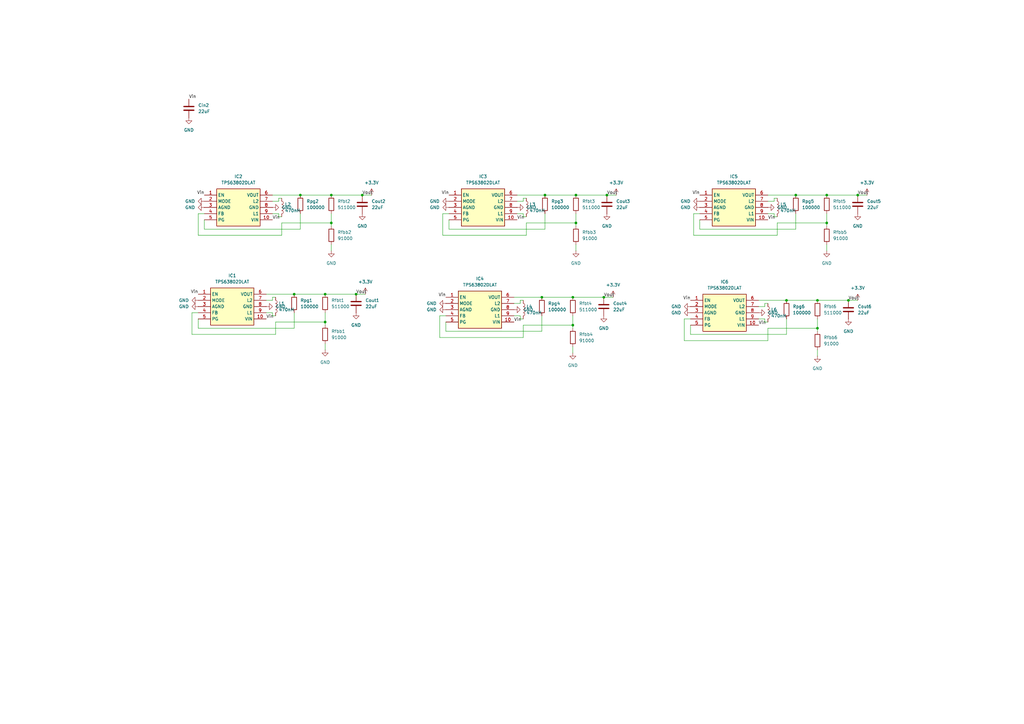
<source format=kicad_sch>
(kicad_sch
	(version 20250114)
	(generator "eeschema")
	(generator_version "9.0")
	(uuid "445113b4-1dd6-4754-868a-e33a4121db98")
	(paper "A3")
	(title_block
		(title "EPS")
	)
	(lib_symbols
		(symbol "Device:C"
			(pin_numbers
				(hide yes)
			)
			(pin_names
				(offset 0.254)
			)
			(exclude_from_sim no)
			(in_bom yes)
			(on_board yes)
			(property "Reference" "C"
				(at 0.635 2.54 0)
				(effects
					(font
						(size 1.27 1.27)
					)
					(justify left)
				)
			)
			(property "Value" "C"
				(at 0.635 -2.54 0)
				(effects
					(font
						(size 1.27 1.27)
					)
					(justify left)
				)
			)
			(property "Footprint" ""
				(at 0.9652 -3.81 0)
				(effects
					(font
						(size 1.27 1.27)
					)
					(hide yes)
				)
			)
			(property "Datasheet" "~"
				(at 0 0 0)
				(effects
					(font
						(size 1.27 1.27)
					)
					(hide yes)
				)
			)
			(property "Description" "Unpolarized capacitor"
				(at 0 0 0)
				(effects
					(font
						(size 1.27 1.27)
					)
					(hide yes)
				)
			)
			(property "ki_keywords" "cap capacitor"
				(at 0 0 0)
				(effects
					(font
						(size 1.27 1.27)
					)
					(hide yes)
				)
			)
			(property "ki_fp_filters" "C_*"
				(at 0 0 0)
				(effects
					(font
						(size 1.27 1.27)
					)
					(hide yes)
				)
			)
			(symbol "C_0_1"
				(polyline
					(pts
						(xy -2.032 0.762) (xy 2.032 0.762)
					)
					(stroke
						(width 0.508)
						(type default)
					)
					(fill
						(type none)
					)
				)
				(polyline
					(pts
						(xy -2.032 -0.762) (xy 2.032 -0.762)
					)
					(stroke
						(width 0.508)
						(type default)
					)
					(fill
						(type none)
					)
				)
			)
			(symbol "C_1_1"
				(pin passive line
					(at 0 3.81 270)
					(length 2.794)
					(name "~"
						(effects
							(font
								(size 1.27 1.27)
							)
						)
					)
					(number "1"
						(effects
							(font
								(size 1.27 1.27)
							)
						)
					)
				)
				(pin passive line
					(at 0 -3.81 90)
					(length 2.794)
					(name "~"
						(effects
							(font
								(size 1.27 1.27)
							)
						)
					)
					(number "2"
						(effects
							(font
								(size 1.27 1.27)
							)
						)
					)
				)
			)
			(embedded_fonts no)
		)
		(symbol "Device:L"
			(pin_numbers
				(hide yes)
			)
			(pin_names
				(offset 1.016)
				(hide yes)
			)
			(exclude_from_sim no)
			(in_bom yes)
			(on_board yes)
			(property "Reference" "L"
				(at -1.27 0 90)
				(effects
					(font
						(size 1.27 1.27)
					)
				)
			)
			(property "Value" "L"
				(at 1.905 0 90)
				(effects
					(font
						(size 1.27 1.27)
					)
				)
			)
			(property "Footprint" ""
				(at 0 0 0)
				(effects
					(font
						(size 1.27 1.27)
					)
					(hide yes)
				)
			)
			(property "Datasheet" "~"
				(at 0 0 0)
				(effects
					(font
						(size 1.27 1.27)
					)
					(hide yes)
				)
			)
			(property "Description" "Inductor"
				(at 0 0 0)
				(effects
					(font
						(size 1.27 1.27)
					)
					(hide yes)
				)
			)
			(property "ki_keywords" "inductor choke coil reactor magnetic"
				(at 0 0 0)
				(effects
					(font
						(size 1.27 1.27)
					)
					(hide yes)
				)
			)
			(property "ki_fp_filters" "Choke_* *Coil* Inductor_* L_*"
				(at 0 0 0)
				(effects
					(font
						(size 1.27 1.27)
					)
					(hide yes)
				)
			)
			(symbol "L_0_1"
				(arc
					(start 0 2.54)
					(mid 0.6323 1.905)
					(end 0 1.27)
					(stroke
						(width 0)
						(type default)
					)
					(fill
						(type none)
					)
				)
				(arc
					(start 0 1.27)
					(mid 0.6323 0.635)
					(end 0 0)
					(stroke
						(width 0)
						(type default)
					)
					(fill
						(type none)
					)
				)
				(arc
					(start 0 0)
					(mid 0.6323 -0.635)
					(end 0 -1.27)
					(stroke
						(width 0)
						(type default)
					)
					(fill
						(type none)
					)
				)
				(arc
					(start 0 -1.27)
					(mid 0.6323 -1.905)
					(end 0 -2.54)
					(stroke
						(width 0)
						(type default)
					)
					(fill
						(type none)
					)
				)
			)
			(symbol "L_1_1"
				(pin passive line
					(at 0 3.81 270)
					(length 1.27)
					(name "1"
						(effects
							(font
								(size 1.27 1.27)
							)
						)
					)
					(number "1"
						(effects
							(font
								(size 1.27 1.27)
							)
						)
					)
				)
				(pin passive line
					(at 0 -3.81 90)
					(length 1.27)
					(name "2"
						(effects
							(font
								(size 1.27 1.27)
							)
						)
					)
					(number "2"
						(effects
							(font
								(size 1.27 1.27)
							)
						)
					)
				)
			)
			(embedded_fonts no)
		)
		(symbol "Device:R"
			(pin_numbers
				(hide yes)
			)
			(pin_names
				(offset 0)
			)
			(exclude_from_sim no)
			(in_bom yes)
			(on_board yes)
			(property "Reference" "R"
				(at 2.032 0 90)
				(effects
					(font
						(size 1.27 1.27)
					)
				)
			)
			(property "Value" "R"
				(at 0 0 90)
				(effects
					(font
						(size 1.27 1.27)
					)
				)
			)
			(property "Footprint" ""
				(at -1.778 0 90)
				(effects
					(font
						(size 1.27 1.27)
					)
					(hide yes)
				)
			)
			(property "Datasheet" "~"
				(at 0 0 0)
				(effects
					(font
						(size 1.27 1.27)
					)
					(hide yes)
				)
			)
			(property "Description" "Resistor"
				(at 0 0 0)
				(effects
					(font
						(size 1.27 1.27)
					)
					(hide yes)
				)
			)
			(property "ki_keywords" "R res resistor"
				(at 0 0 0)
				(effects
					(font
						(size 1.27 1.27)
					)
					(hide yes)
				)
			)
			(property "ki_fp_filters" "R_*"
				(at 0 0 0)
				(effects
					(font
						(size 1.27 1.27)
					)
					(hide yes)
				)
			)
			(symbol "R_0_1"
				(rectangle
					(start -1.016 -2.54)
					(end 1.016 2.54)
					(stroke
						(width 0.254)
						(type default)
					)
					(fill
						(type none)
					)
				)
			)
			(symbol "R_1_1"
				(pin passive line
					(at 0 3.81 270)
					(length 1.27)
					(name "~"
						(effects
							(font
								(size 1.27 1.27)
							)
						)
					)
					(number "1"
						(effects
							(font
								(size 1.27 1.27)
							)
						)
					)
				)
				(pin passive line
					(at 0 -3.81 90)
					(length 1.27)
					(name "~"
						(effects
							(font
								(size 1.27 1.27)
							)
						)
					)
					(number "2"
						(effects
							(font
								(size 1.27 1.27)
							)
						)
					)
				)
			)
			(embedded_fonts no)
		)
		(symbol "TPS63802DLAT:TPS63802DLAT"
			(exclude_from_sim no)
			(in_bom yes)
			(on_board yes)
			(property "Reference" "IC"
				(at 24.13 7.62 0)
				(effects
					(font
						(size 1.27 1.27)
					)
					(justify left top)
				)
			)
			(property "Value" "TPS63802DLAT"
				(at 24.13 5.08 0)
				(effects
					(font
						(size 1.27 1.27)
					)
					(justify left top)
				)
			)
			(property "Footprint" "TPS63802DLAT"
				(at 24.13 -94.92 0)
				(effects
					(font
						(size 1.27 1.27)
					)
					(justify left top)
					(hide yes)
				)
			)
			(property "Datasheet" "https://www.ti.com/lit/gpn/TPS63802"
				(at 24.13 -194.92 0)
				(effects
					(font
						(size 1.27 1.27)
					)
					(justify left top)
					(hide yes)
				)
			)
			(property "Description" "Switching Voltage Regulators High current, high efficiency single inductor buck-boost converter 10-VSON-HR -40 to 125"
				(at 0 0 0)
				(effects
					(font
						(size 1.27 1.27)
					)
					(hide yes)
				)
			)
			(property "Height" "1"
				(at 24.13 -394.92 0)
				(effects
					(font
						(size 1.27 1.27)
					)
					(justify left top)
					(hide yes)
				)
			)
			(property "Mouser Part Number" "595-TPS63802DLAT"
				(at 24.13 -494.92 0)
				(effects
					(font
						(size 1.27 1.27)
					)
					(justify left top)
					(hide yes)
				)
			)
			(property "Mouser Price/Stock" "https://www.mouser.co.uk/ProductDetail/Texas-Instruments/TPS63802DLAT?qs=9r4v7xj2LnmaSyyQsA%2FrUA%3D%3D"
				(at 24.13 -594.92 0)
				(effects
					(font
						(size 1.27 1.27)
					)
					(justify left top)
					(hide yes)
				)
			)
			(property "Manufacturer_Name" "Texas Instruments"
				(at 24.13 -694.92 0)
				(effects
					(font
						(size 1.27 1.27)
					)
					(justify left top)
					(hide yes)
				)
			)
			(property "Manufacturer_Part_Number" "TPS63802DLAT"
				(at 24.13 -794.92 0)
				(effects
					(font
						(size 1.27 1.27)
					)
					(justify left top)
					(hide yes)
				)
			)
			(symbol "TPS63802DLAT_1_1"
				(rectangle
					(start 5.08 2.54)
					(end 22.86 -12.7)
					(stroke
						(width 0.254)
						(type default)
					)
					(fill
						(type background)
					)
				)
				(pin passive line
					(at 0 0 0)
					(length 5.08)
					(name "EN"
						(effects
							(font
								(size 1.27 1.27)
							)
						)
					)
					(number "1"
						(effects
							(font
								(size 1.27 1.27)
							)
						)
					)
				)
				(pin passive line
					(at 0 -2.54 0)
					(length 5.08)
					(name "MODE"
						(effects
							(font
								(size 1.27 1.27)
							)
						)
					)
					(number "2"
						(effects
							(font
								(size 1.27 1.27)
							)
						)
					)
				)
				(pin passive line
					(at 0 -5.08 0)
					(length 5.08)
					(name "AGND"
						(effects
							(font
								(size 1.27 1.27)
							)
						)
					)
					(number "3"
						(effects
							(font
								(size 1.27 1.27)
							)
						)
					)
				)
				(pin passive line
					(at 0 -7.62 0)
					(length 5.08)
					(name "FB"
						(effects
							(font
								(size 1.27 1.27)
							)
						)
					)
					(number "4"
						(effects
							(font
								(size 1.27 1.27)
							)
						)
					)
				)
				(pin passive line
					(at 0 -10.16 0)
					(length 5.08)
					(name "PG"
						(effects
							(font
								(size 1.27 1.27)
							)
						)
					)
					(number "5"
						(effects
							(font
								(size 1.27 1.27)
							)
						)
					)
				)
				(pin passive line
					(at 27.94 0 180)
					(length 5.08)
					(name "VOUT"
						(effects
							(font
								(size 1.27 1.27)
							)
						)
					)
					(number "6"
						(effects
							(font
								(size 1.27 1.27)
							)
						)
					)
				)
				(pin passive line
					(at 27.94 -2.54 180)
					(length 5.08)
					(name "L2"
						(effects
							(font
								(size 1.27 1.27)
							)
						)
					)
					(number "7"
						(effects
							(font
								(size 1.27 1.27)
							)
						)
					)
				)
				(pin passive line
					(at 27.94 -5.08 180)
					(length 5.08)
					(name "GND"
						(effects
							(font
								(size 1.27 1.27)
							)
						)
					)
					(number "8"
						(effects
							(font
								(size 1.27 1.27)
							)
						)
					)
				)
				(pin passive line
					(at 27.94 -7.62 180)
					(length 5.08)
					(name "L1"
						(effects
							(font
								(size 1.27 1.27)
							)
						)
					)
					(number "9"
						(effects
							(font
								(size 1.27 1.27)
							)
						)
					)
				)
				(pin passive line
					(at 27.94 -10.16 180)
					(length 5.08)
					(name "VIN"
						(effects
							(font
								(size 1.27 1.27)
							)
						)
					)
					(number "10"
						(effects
							(font
								(size 1.27 1.27)
							)
						)
					)
				)
			)
			(embedded_fonts no)
		)
		(symbol "power:+3.3V"
			(power)
			(pin_numbers
				(hide yes)
			)
			(pin_names
				(offset 0)
				(hide yes)
			)
			(exclude_from_sim no)
			(in_bom yes)
			(on_board yes)
			(property "Reference" "#PWR"
				(at 0 -3.81 0)
				(effects
					(font
						(size 1.27 1.27)
					)
					(hide yes)
				)
			)
			(property "Value" "+3.3V"
				(at 0 3.556 0)
				(effects
					(font
						(size 1.27 1.27)
					)
				)
			)
			(property "Footprint" ""
				(at 0 0 0)
				(effects
					(font
						(size 1.27 1.27)
					)
					(hide yes)
				)
			)
			(property "Datasheet" ""
				(at 0 0 0)
				(effects
					(font
						(size 1.27 1.27)
					)
					(hide yes)
				)
			)
			(property "Description" "Power symbol creates a global label with name \"+3.3V\""
				(at 0 0 0)
				(effects
					(font
						(size 1.27 1.27)
					)
					(hide yes)
				)
			)
			(property "ki_keywords" "global power"
				(at 0 0 0)
				(effects
					(font
						(size 1.27 1.27)
					)
					(hide yes)
				)
			)
			(symbol "+3.3V_0_1"
				(polyline
					(pts
						(xy -0.762 1.27) (xy 0 2.54)
					)
					(stroke
						(width 0)
						(type default)
					)
					(fill
						(type none)
					)
				)
				(polyline
					(pts
						(xy 0 2.54) (xy 0.762 1.27)
					)
					(stroke
						(width 0)
						(type default)
					)
					(fill
						(type none)
					)
				)
				(polyline
					(pts
						(xy 0 0) (xy 0 2.54)
					)
					(stroke
						(width 0)
						(type default)
					)
					(fill
						(type none)
					)
				)
			)
			(symbol "+3.3V_1_1"
				(pin power_in line
					(at 0 0 90)
					(length 0)
					(name "~"
						(effects
							(font
								(size 1.27 1.27)
							)
						)
					)
					(number "1"
						(effects
							(font
								(size 1.27 1.27)
							)
						)
					)
				)
			)
			(embedded_fonts no)
		)
		(symbol "power:GND"
			(power)
			(pin_numbers
				(hide yes)
			)
			(pin_names
				(offset 0)
				(hide yes)
			)
			(exclude_from_sim no)
			(in_bom yes)
			(on_board yes)
			(property "Reference" "#PWR"
				(at 0 -6.35 0)
				(effects
					(font
						(size 1.27 1.27)
					)
					(hide yes)
				)
			)
			(property "Value" "GND"
				(at 0 -3.81 0)
				(effects
					(font
						(size 1.27 1.27)
					)
				)
			)
			(property "Footprint" ""
				(at 0 0 0)
				(effects
					(font
						(size 1.27 1.27)
					)
					(hide yes)
				)
			)
			(property "Datasheet" ""
				(at 0 0 0)
				(effects
					(font
						(size 1.27 1.27)
					)
					(hide yes)
				)
			)
			(property "Description" "Power symbol creates a global label with name \"GND\" , ground"
				(at 0 0 0)
				(effects
					(font
						(size 1.27 1.27)
					)
					(hide yes)
				)
			)
			(property "ki_keywords" "global power"
				(at 0 0 0)
				(effects
					(font
						(size 1.27 1.27)
					)
					(hide yes)
				)
			)
			(symbol "GND_0_1"
				(polyline
					(pts
						(xy 0 0) (xy 0 -1.27) (xy 1.27 -1.27) (xy 0 -2.54) (xy -1.27 -1.27) (xy 0 -1.27)
					)
					(stroke
						(width 0)
						(type default)
					)
					(fill
						(type none)
					)
				)
			)
			(symbol "GND_1_1"
				(pin power_in line
					(at 0 0 270)
					(length 0)
					(name "~"
						(effects
							(font
								(size 1.27 1.27)
							)
						)
					)
					(number "1"
						(effects
							(font
								(size 1.27 1.27)
							)
						)
					)
				)
			)
			(embedded_fonts no)
		)
	)
	(junction
		(at 123.19 80.01)
		(diameter 0)
		(color 0 0 0 0)
		(uuid "0bedb31b-d5ec-4084-b993-f6464e9ca87e")
	)
	(junction
		(at 248.92 80.01)
		(diameter 0)
		(color 0 0 0 0)
		(uuid "1dc16ec9-c7ea-4289-8e88-76044bebe89e")
	)
	(junction
		(at 335.28 134.62)
		(diameter 0)
		(color 0 0 0 0)
		(uuid "3cc42fe5-86b8-4fe3-85f2-ab238993ead3")
	)
	(junction
		(at 146.05 120.65)
		(diameter 0)
		(color 0 0 0 0)
		(uuid "465aa98d-90c4-4388-ae5e-b670711e88d6")
	)
	(junction
		(at 133.35 132.08)
		(diameter 0)
		(color 0 0 0 0)
		(uuid "51aeef5a-313e-45ba-97eb-990197cdc008")
	)
	(junction
		(at 223.52 80.01)
		(diameter 0)
		(color 0 0 0 0)
		(uuid "5cc83373-8aed-4f99-b019-ff06abafdeb2")
	)
	(junction
		(at 234.95 133.35)
		(diameter 0)
		(color 0 0 0 0)
		(uuid "6b95f138-070a-4356-b0c7-68712229b766")
	)
	(junction
		(at 234.95 121.92)
		(diameter 0)
		(color 0 0 0 0)
		(uuid "8136372c-aef0-45f3-97e5-b70d656ffa1c")
	)
	(junction
		(at 339.09 91.44)
		(diameter 0)
		(color 0 0 0 0)
		(uuid "85b43e05-e2ed-43e1-a1ef-1c61673b101a")
	)
	(junction
		(at 135.89 91.44)
		(diameter 0)
		(color 0 0 0 0)
		(uuid "88d1a937-6fc1-43f8-ba50-59bcf61f51de")
	)
	(junction
		(at 222.25 121.92)
		(diameter 0)
		(color 0 0 0 0)
		(uuid "985937a5-dc60-4a1a-b5a9-c0c024c05196")
	)
	(junction
		(at 335.28 123.19)
		(diameter 0)
		(color 0 0 0 0)
		(uuid "abaa4fa8-9048-4102-90f9-22605efdf66e")
	)
	(junction
		(at 347.98 123.19)
		(diameter 0)
		(color 0 0 0 0)
		(uuid "abf78231-6c67-468c-88e3-280be2fd00af")
	)
	(junction
		(at 247.65 121.92)
		(diameter 0)
		(color 0 0 0 0)
		(uuid "b028f2a7-d3d0-44cc-a5f6-806857bee74e")
	)
	(junction
		(at 236.22 91.44)
		(diameter 0)
		(color 0 0 0 0)
		(uuid "b7008ace-383c-4b76-816e-01996dff4e8b")
	)
	(junction
		(at 351.79 80.01)
		(diameter 0)
		(color 0 0 0 0)
		(uuid "c3755eb5-7758-4a0e-a614-f000c07f3529")
	)
	(junction
		(at 120.65 120.65)
		(diameter 0)
		(color 0 0 0 0)
		(uuid "cdf92f5d-0af5-49eb-8619-40a0e2a1433f")
	)
	(junction
		(at 326.39 80.01)
		(diameter 0)
		(color 0 0 0 0)
		(uuid "d286fc56-fc38-401a-89a5-9428086b1735")
	)
	(junction
		(at 135.89 80.01)
		(diameter 0)
		(color 0 0 0 0)
		(uuid "dbda9ec8-b428-4509-8715-14cd6fdfbd55")
	)
	(junction
		(at 148.59 80.01)
		(diameter 0)
		(color 0 0 0 0)
		(uuid "dca4596f-d951-4f8d-82c8-690b09d84e72")
	)
	(junction
		(at 133.35 120.65)
		(diameter 0)
		(color 0 0 0 0)
		(uuid "e602150c-c0a5-4f2e-bbff-46554362f5eb")
	)
	(junction
		(at 339.09 80.01)
		(diameter 0)
		(color 0 0 0 0)
		(uuid "e731d0a3-da37-4cbc-b2ae-05b9170f1edc")
	)
	(junction
		(at 322.58 123.19)
		(diameter 0)
		(color 0 0 0 0)
		(uuid "eedcf352-9fbd-4d3f-a78c-04b43572a5b5")
	)
	(junction
		(at 236.22 80.01)
		(diameter 0)
		(color 0 0 0 0)
		(uuid "f7386dbb-41ab-4f72-afaa-b91e6a50bf04")
	)
	(wire
		(pts
			(xy 148.59 80.01) (xy 152.4 80.01)
		)
		(stroke
			(width 0)
			(type default)
		)
		(uuid "010a9dcb-7bd0-4311-8b68-5497fc88f3ea")
	)
	(wire
		(pts
			(xy 114.3 88.9) (xy 115.57 88.9)
		)
		(stroke
			(width 0)
			(type default)
		)
		(uuid "026acece-eb9a-4d44-9019-fdaed292515c")
	)
	(wire
		(pts
			(xy 214.63 88.9) (xy 214.63 87.63)
		)
		(stroke
			(width 0)
			(type default)
		)
		(uuid "03c524f0-9de8-4c6d-bc0b-ba2dd9d9f15c")
	)
	(wire
		(pts
			(xy 182.88 132.08) (xy 182.88 135.89)
		)
		(stroke
			(width 0)
			(type default)
		)
		(uuid "041c2deb-ebac-423b-adc9-454231f84841")
	)
	(wire
		(pts
			(xy 318.77 91.44) (xy 318.77 96.52)
		)
		(stroke
			(width 0)
			(type default)
		)
		(uuid "04e28c35-c729-4a39-89b0-8254dc6ef093")
	)
	(wire
		(pts
			(xy 180.34 129.54) (xy 182.88 129.54)
		)
		(stroke
			(width 0)
			(type default)
		)
		(uuid "0581a57c-7b47-4fc5-8525-698c58e42a2f")
	)
	(wire
		(pts
			(xy 213.36 130.81) (xy 214.63 130.81)
		)
		(stroke
			(width 0)
			(type default)
		)
		(uuid "08fbce4c-eb16-4b30-b0fa-ef545c0c0a5e")
	)
	(wire
		(pts
			(xy 280.67 139.7) (xy 280.67 130.81)
		)
		(stroke
			(width 0)
			(type default)
		)
		(uuid "0942cd5a-7fb5-4175-b30e-6bfe5fb7be15")
	)
	(wire
		(pts
			(xy 123.19 80.01) (xy 135.89 80.01)
		)
		(stroke
			(width 0)
			(type default)
		)
		(uuid "0a5aa085-7bbe-4d6c-973f-722b29cd2bcd")
	)
	(wire
		(pts
			(xy 133.35 128.27) (xy 133.35 132.08)
		)
		(stroke
			(width 0)
			(type default)
		)
		(uuid "0ba49cfa-ca7f-49b7-8ff4-fa27c908ec56")
	)
	(wire
		(pts
			(xy 214.63 82.55) (xy 214.63 81.28)
		)
		(stroke
			(width 0)
			(type default)
		)
		(uuid "0bb677a1-ad11-46f9-a26b-66bdc606d9a1")
	)
	(wire
		(pts
			(xy 214.63 81.28) (xy 215.9 81.28)
		)
		(stroke
			(width 0)
			(type default)
		)
		(uuid "0faf1ec3-ebd2-4f51-b944-81fe9f6899bd")
	)
	(wire
		(pts
			(xy 113.03 137.16) (xy 78.74 137.16)
		)
		(stroke
			(width 0)
			(type default)
		)
		(uuid "113280de-c984-4a14-bf6f-3be1e94f40d5")
	)
	(wire
		(pts
			(xy 113.03 132.08) (xy 113.03 137.16)
		)
		(stroke
			(width 0)
			(type default)
		)
		(uuid "1242357d-f1fc-4739-a885-f093a5193a87")
	)
	(wire
		(pts
			(xy 314.96 80.01) (xy 326.39 80.01)
		)
		(stroke
			(width 0)
			(type default)
		)
		(uuid "12bf15d3-901e-4042-8dc4-a3ac2ec56cc4")
	)
	(wire
		(pts
			(xy 326.39 80.01) (xy 339.09 80.01)
		)
		(stroke
			(width 0)
			(type default)
		)
		(uuid "1329db4c-544c-453f-a516-e53d11733f52")
	)
	(wire
		(pts
			(xy 234.95 133.35) (xy 234.95 134.62)
		)
		(stroke
			(width 0)
			(type default)
		)
		(uuid "156be85a-cfc3-4528-ad30-aaa4b20b862e")
	)
	(wire
		(pts
			(xy 215.9 91.44) (xy 215.9 96.52)
		)
		(stroke
			(width 0)
			(type default)
		)
		(uuid "1605007b-de5d-4708-85d9-334bee776932")
	)
	(wire
		(pts
			(xy 222.25 135.89) (xy 222.25 129.54)
		)
		(stroke
			(width 0)
			(type default)
		)
		(uuid "1c02e3c4-4780-4467-9f77-011288acff07")
	)
	(wire
		(pts
			(xy 115.57 91.44) (xy 115.57 96.52)
		)
		(stroke
			(width 0)
			(type default)
		)
		(uuid "1ce4869a-15e2-4c2b-9a52-9b5e3b2885a3")
	)
	(wire
		(pts
			(xy 234.95 129.54) (xy 234.95 133.35)
		)
		(stroke
			(width 0)
			(type default)
		)
		(uuid "2367e322-cd00-4e43-bad9-6df5bb234784")
	)
	(wire
		(pts
			(xy 314.96 134.62) (xy 314.96 139.7)
		)
		(stroke
			(width 0)
			(type default)
		)
		(uuid "26d946cf-8e10-4e70-87ad-3f47985af717")
	)
	(wire
		(pts
			(xy 115.57 96.52) (xy 81.28 96.52)
		)
		(stroke
			(width 0)
			(type default)
		)
		(uuid "2b29cefd-6cfb-4e4c-9102-afa04fcd6d41")
	)
	(wire
		(pts
			(xy 214.63 138.43) (xy 180.34 138.43)
		)
		(stroke
			(width 0)
			(type default)
		)
		(uuid "2b88e568-96ef-42d1-8568-b456581f3a22")
	)
	(wire
		(pts
			(xy 212.09 87.63) (xy 214.63 87.63)
		)
		(stroke
			(width 0)
			(type default)
		)
		(uuid "2c76b16d-b941-46d8-a938-b4e9697846ba")
	)
	(wire
		(pts
			(xy 135.89 87.63) (xy 135.89 91.44)
		)
		(stroke
			(width 0)
			(type default)
		)
		(uuid "2ff8312d-0565-434f-b512-56ea047c8155")
	)
	(wire
		(pts
			(xy 210.82 129.54) (xy 213.36 129.54)
		)
		(stroke
			(width 0)
			(type default)
		)
		(uuid "36ef30f4-41b2-4cdc-98f2-c32788413e58")
	)
	(wire
		(pts
			(xy 133.35 132.08) (xy 133.35 133.35)
		)
		(stroke
			(width 0)
			(type default)
		)
		(uuid "38c36709-0764-4289-b5fb-22be5f83c14f")
	)
	(wire
		(pts
			(xy 317.5 88.9) (xy 318.77 88.9)
		)
		(stroke
			(width 0)
			(type default)
		)
		(uuid "3db3ae5d-4a92-4357-9f7b-ea91226048a4")
	)
	(wire
		(pts
			(xy 109.22 128.27) (xy 111.76 128.27)
		)
		(stroke
			(width 0)
			(type default)
		)
		(uuid "3e1c232c-b89a-4229-b48c-367e4cc5a485")
	)
	(wire
		(pts
			(xy 78.74 137.16) (xy 78.74 128.27)
		)
		(stroke
			(width 0)
			(type default)
		)
		(uuid "3f02f4a6-e920-4951-bc08-2913f3303c07")
	)
	(wire
		(pts
			(xy 214.63 133.35) (xy 214.63 138.43)
		)
		(stroke
			(width 0)
			(type default)
		)
		(uuid "405795e9-9009-4d53-b9cc-67831477b35d")
	)
	(wire
		(pts
			(xy 284.48 96.52) (xy 284.48 87.63)
		)
		(stroke
			(width 0)
			(type default)
		)
		(uuid "44f2679b-274a-4796-8799-593abb5c82e8")
	)
	(wire
		(pts
			(xy 111.76 87.63) (xy 114.3 87.63)
		)
		(stroke
			(width 0)
			(type default)
		)
		(uuid "49a45b67-27d8-4ad0-ad9e-e3b2960de2bf")
	)
	(wire
		(pts
			(xy 81.28 134.62) (xy 120.65 134.62)
		)
		(stroke
			(width 0)
			(type default)
		)
		(uuid "4a3a9221-dad3-4bde-be44-84d49d8bdfc6")
	)
	(wire
		(pts
			(xy 283.21 133.35) (xy 283.21 137.16)
		)
		(stroke
			(width 0)
			(type default)
		)
		(uuid "4a738168-7975-472f-a967-4a9e1107b747")
	)
	(wire
		(pts
			(xy 236.22 102.87) (xy 236.22 100.33)
		)
		(stroke
			(width 0)
			(type default)
		)
		(uuid "4adbce02-2b0d-4862-8236-4a93987221fc")
	)
	(wire
		(pts
			(xy 213.36 130.81) (xy 213.36 129.54)
		)
		(stroke
			(width 0)
			(type default)
		)
		(uuid "4b1ad93c-d08f-4900-be44-9547541f5002")
	)
	(wire
		(pts
			(xy 120.65 134.62) (xy 120.65 128.27)
		)
		(stroke
			(width 0)
			(type default)
		)
		(uuid "4d3adf20-5df1-4dbb-b2ea-24309595a23a")
	)
	(wire
		(pts
			(xy 339.09 80.01) (xy 351.79 80.01)
		)
		(stroke
			(width 0)
			(type default)
		)
		(uuid "5027cd88-f495-4975-bcb8-c83761203445")
	)
	(wire
		(pts
			(xy 283.21 137.16) (xy 322.58 137.16)
		)
		(stroke
			(width 0)
			(type default)
		)
		(uuid "51b0ad19-3436-4819-863f-d93305cb2385")
	)
	(wire
		(pts
			(xy 311.15 123.19) (xy 322.58 123.19)
		)
		(stroke
			(width 0)
			(type default)
		)
		(uuid "531aa8ed-0c6f-4f20-8f9c-586d6cd78d13")
	)
	(wire
		(pts
			(xy 317.5 82.55) (xy 317.5 81.28)
		)
		(stroke
			(width 0)
			(type default)
		)
		(uuid "53b33786-5bd9-4048-8d2b-b7ee2c58992e")
	)
	(wire
		(pts
			(xy 247.65 121.92) (xy 251.46 121.92)
		)
		(stroke
			(width 0)
			(type default)
		)
		(uuid "558a5439-1786-4d9a-8f66-40690196569b")
	)
	(wire
		(pts
			(xy 236.22 91.44) (xy 236.22 92.71)
		)
		(stroke
			(width 0)
			(type default)
		)
		(uuid "55c04ede-37b9-4025-8540-3d56fae78888")
	)
	(wire
		(pts
			(xy 313.69 132.08) (xy 313.69 130.81)
		)
		(stroke
			(width 0)
			(type default)
		)
		(uuid "57a1c652-8c90-4535-aed1-fe31edb8f5b2")
	)
	(wire
		(pts
			(xy 222.25 121.92) (xy 234.95 121.92)
		)
		(stroke
			(width 0)
			(type default)
		)
		(uuid "594c9e80-b79b-400e-9b6e-54e95fe71a54")
	)
	(wire
		(pts
			(xy 351.79 80.01) (xy 355.6 80.01)
		)
		(stroke
			(width 0)
			(type default)
		)
		(uuid "5a461c2c-e0b9-4cac-917a-e6fc09a15119")
	)
	(wire
		(pts
			(xy 335.28 134.62) (xy 335.28 135.89)
		)
		(stroke
			(width 0)
			(type default)
		)
		(uuid "5af1aea5-e30a-4612-83d2-fea2bad90cd5")
	)
	(wire
		(pts
			(xy 184.15 93.98) (xy 223.52 93.98)
		)
		(stroke
			(width 0)
			(type default)
		)
		(uuid "5d089c0a-f32c-4c49-ad92-8946b9c91226")
	)
	(wire
		(pts
			(xy 81.28 96.52) (xy 81.28 87.63)
		)
		(stroke
			(width 0)
			(type default)
		)
		(uuid "60507063-9428-49da-b3c3-d58f91c7a5c6")
	)
	(wire
		(pts
			(xy 215.9 96.52) (xy 181.61 96.52)
		)
		(stroke
			(width 0)
			(type default)
		)
		(uuid "691df3b9-690f-415b-87d0-8124c6ae9b9a")
	)
	(wire
		(pts
			(xy 214.63 88.9) (xy 215.9 88.9)
		)
		(stroke
			(width 0)
			(type default)
		)
		(uuid "69ce65ff-845c-4755-a707-f24d63400985")
	)
	(wire
		(pts
			(xy 81.28 130.81) (xy 81.28 134.62)
		)
		(stroke
			(width 0)
			(type default)
		)
		(uuid "6a1acf63-3a6b-49cb-9252-6ee4fc777be8")
	)
	(wire
		(pts
			(xy 213.36 123.19) (xy 214.63 123.19)
		)
		(stroke
			(width 0)
			(type default)
		)
		(uuid "6a927d82-efe3-485c-8b4a-935200a6b494")
	)
	(wire
		(pts
			(xy 335.28 123.19) (xy 347.98 123.19)
		)
		(stroke
			(width 0)
			(type default)
		)
		(uuid "6b633e58-fed3-4268-b3e8-1d53ba9ec8a3")
	)
	(wire
		(pts
			(xy 339.09 87.63) (xy 339.09 91.44)
		)
		(stroke
			(width 0)
			(type default)
		)
		(uuid "6b8778cb-7567-4b80-b081-283dac2bf994")
	)
	(wire
		(pts
			(xy 287.02 93.98) (xy 326.39 93.98)
		)
		(stroke
			(width 0)
			(type default)
		)
		(uuid "6eface94-7707-4ea8-a40d-518178a97f29")
	)
	(wire
		(pts
			(xy 146.05 120.65) (xy 149.86 120.65)
		)
		(stroke
			(width 0)
			(type default)
		)
		(uuid "775127d9-0556-437b-a666-fb2c726a16a1")
	)
	(wire
		(pts
			(xy 133.35 143.51) (xy 133.35 140.97)
		)
		(stroke
			(width 0)
			(type default)
		)
		(uuid "781a233e-e4e9-4b07-adee-9e16cb02a685")
	)
	(wire
		(pts
			(xy 111.76 121.92) (xy 113.03 121.92)
		)
		(stroke
			(width 0)
			(type default)
		)
		(uuid "78c430c8-c286-4a61-b1df-8ca86595ca2f")
	)
	(wire
		(pts
			(xy 248.92 80.01) (xy 252.73 80.01)
		)
		(stroke
			(width 0)
			(type default)
		)
		(uuid "7ae582d5-19c4-4c0f-8e63-453a18db79b0")
	)
	(wire
		(pts
			(xy 236.22 87.63) (xy 236.22 91.44)
		)
		(stroke
			(width 0)
			(type default)
		)
		(uuid "7de40691-70c0-4bc1-a50a-7bd330646512")
	)
	(wire
		(pts
			(xy 234.95 133.35) (xy 214.63 133.35)
		)
		(stroke
			(width 0)
			(type default)
		)
		(uuid "7fa39741-1bcb-41e3-930e-252ec9d736cf")
	)
	(wire
		(pts
			(xy 182.88 135.89) (xy 222.25 135.89)
		)
		(stroke
			(width 0)
			(type default)
		)
		(uuid "7fab78b8-ef48-440b-a1a3-88a439eb1b68")
	)
	(wire
		(pts
			(xy 180.34 138.43) (xy 180.34 129.54)
		)
		(stroke
			(width 0)
			(type default)
		)
		(uuid "80ec7f14-1e6e-48ba-a663-825b8e560595")
	)
	(wire
		(pts
			(xy 347.98 123.19) (xy 351.79 123.19)
		)
		(stroke
			(width 0)
			(type default)
		)
		(uuid "82bb0122-fac5-4670-8f58-ba4188742cf0")
	)
	(wire
		(pts
			(xy 234.95 121.92) (xy 247.65 121.92)
		)
		(stroke
			(width 0)
			(type default)
		)
		(uuid "838fa562-deda-4968-9fb5-1eb3e78e82f6")
	)
	(wire
		(pts
			(xy 83.82 90.17) (xy 83.82 93.98)
		)
		(stroke
			(width 0)
			(type default)
		)
		(uuid "83d308b3-1e25-43d4-85f9-cfb94d8f2698")
	)
	(wire
		(pts
			(xy 339.09 91.44) (xy 339.09 92.71)
		)
		(stroke
			(width 0)
			(type default)
		)
		(uuid "86158229-71df-463d-b06d-b5b1bf7ce83e")
	)
	(wire
		(pts
			(xy 120.65 120.65) (xy 133.35 120.65)
		)
		(stroke
			(width 0)
			(type default)
		)
		(uuid "8d455ba8-7088-4695-8723-6d3cfe6f3538")
	)
	(wire
		(pts
			(xy 78.74 128.27) (xy 81.28 128.27)
		)
		(stroke
			(width 0)
			(type default)
		)
		(uuid "8da2a879-38b3-44e2-9c1f-d411ed88eaa8")
	)
	(wire
		(pts
			(xy 210.82 121.92) (xy 222.25 121.92)
		)
		(stroke
			(width 0)
			(type default)
		)
		(uuid "8e161b6c-c930-475d-b3f7-f1b049affcc4")
	)
	(wire
		(pts
			(xy 317.5 88.9) (xy 317.5 87.63)
		)
		(stroke
			(width 0)
			(type default)
		)
		(uuid "8e1ce6c1-2b70-468e-9981-655aa45ded6b")
	)
	(wire
		(pts
			(xy 135.89 91.44) (xy 115.57 91.44)
		)
		(stroke
			(width 0)
			(type default)
		)
		(uuid "9070b37c-719c-4133-9306-3d8083338b47")
	)
	(wire
		(pts
			(xy 111.76 123.19) (xy 111.76 121.92)
		)
		(stroke
			(width 0)
			(type default)
		)
		(uuid "938f5b3e-c40e-471b-9b9d-97621e669d6e")
	)
	(wire
		(pts
			(xy 236.22 91.44) (xy 215.9 91.44)
		)
		(stroke
			(width 0)
			(type default)
		)
		(uuid "93e330f1-52a2-4a99-8b9b-1e3125a06bf5")
	)
	(wire
		(pts
			(xy 339.09 91.44) (xy 318.77 91.44)
		)
		(stroke
			(width 0)
			(type default)
		)
		(uuid "9401d41b-2ee7-421d-841f-c6b3cda2c8d6")
	)
	(wire
		(pts
			(xy 314.96 139.7) (xy 280.67 139.7)
		)
		(stroke
			(width 0)
			(type default)
		)
		(uuid "95387ed2-112a-4061-8c0a-7f49339e479f")
	)
	(wire
		(pts
			(xy 109.22 120.65) (xy 120.65 120.65)
		)
		(stroke
			(width 0)
			(type default)
		)
		(uuid "9cd6b5c4-9ff3-47b9-8aef-89a33ac98bc4")
	)
	(wire
		(pts
			(xy 326.39 93.98) (xy 326.39 87.63)
		)
		(stroke
			(width 0)
			(type default)
		)
		(uuid "9da8c390-643f-4a1c-8e76-19b03de74896")
	)
	(wire
		(pts
			(xy 111.76 129.54) (xy 111.76 128.27)
		)
		(stroke
			(width 0)
			(type default)
		)
		(uuid "a17c80ca-c76f-4b51-9c81-2f75443d176e")
	)
	(wire
		(pts
			(xy 313.69 125.73) (xy 313.69 124.46)
		)
		(stroke
			(width 0)
			(type default)
		)
		(uuid "a25b2fe3-9dc1-457f-8c9a-cfaa91e63ff3")
	)
	(wire
		(pts
			(xy 181.61 87.63) (xy 184.15 87.63)
		)
		(stroke
			(width 0)
			(type default)
		)
		(uuid "a334aed8-3076-4104-a271-dfb8141e9bd8")
	)
	(wire
		(pts
			(xy 313.69 124.46) (xy 314.96 124.46)
		)
		(stroke
			(width 0)
			(type default)
		)
		(uuid "acf9e62f-121d-4818-8a96-33ad11f18fea")
	)
	(wire
		(pts
			(xy 339.09 102.87) (xy 339.09 100.33)
		)
		(stroke
			(width 0)
			(type default)
		)
		(uuid "ada351bd-6766-4c85-b972-02ce51516cb6")
	)
	(wire
		(pts
			(xy 184.15 90.17) (xy 184.15 93.98)
		)
		(stroke
			(width 0)
			(type default)
		)
		(uuid "b5ee75d1-bbb3-4fda-9589-ea5b0011cbc7")
	)
	(wire
		(pts
			(xy 223.52 93.98) (xy 223.52 87.63)
		)
		(stroke
			(width 0)
			(type default)
		)
		(uuid "b8735ad7-92e8-4983-b29b-fa2a38615527")
	)
	(wire
		(pts
			(xy 81.28 87.63) (xy 83.82 87.63)
		)
		(stroke
			(width 0)
			(type default)
		)
		(uuid "b8877c1a-517f-4523-8a7f-83068cfa890f")
	)
	(wire
		(pts
			(xy 314.96 87.63) (xy 317.5 87.63)
		)
		(stroke
			(width 0)
			(type default)
		)
		(uuid "b8c7bf12-36d9-4469-9060-168275c5fc91")
	)
	(wire
		(pts
			(xy 236.22 80.01) (xy 248.92 80.01)
		)
		(stroke
			(width 0)
			(type default)
		)
		(uuid "b8ed418f-35fa-4077-9476-e5945fb36ad9")
	)
	(wire
		(pts
			(xy 213.36 124.46) (xy 213.36 123.19)
		)
		(stroke
			(width 0)
			(type default)
		)
		(uuid "b930d7c2-8a20-409d-b210-67c028a472b9")
	)
	(wire
		(pts
			(xy 210.82 124.46) (xy 213.36 124.46)
		)
		(stroke
			(width 0)
			(type default)
		)
		(uuid "bc3ed15a-2631-4c7e-a4e9-70168a024c48")
	)
	(wire
		(pts
			(xy 83.82 93.98) (xy 123.19 93.98)
		)
		(stroke
			(width 0)
			(type default)
		)
		(uuid "bdebf236-9786-43d0-9fa5-93a68cd5ea07")
	)
	(wire
		(pts
			(xy 212.09 80.01) (xy 223.52 80.01)
		)
		(stroke
			(width 0)
			(type default)
		)
		(uuid "be83f721-7b4c-4a29-9e5d-36cd63cee389")
	)
	(wire
		(pts
			(xy 284.48 87.63) (xy 287.02 87.63)
		)
		(stroke
			(width 0)
			(type default)
		)
		(uuid "bed89e15-02d2-494f-a098-bddd05fc362d")
	)
	(wire
		(pts
			(xy 314.96 82.55) (xy 317.5 82.55)
		)
		(stroke
			(width 0)
			(type default)
		)
		(uuid "c0f9a3e7-d65a-4d6d-b268-cc48a8b4acb9")
	)
	(wire
		(pts
			(xy 223.52 80.01) (xy 236.22 80.01)
		)
		(stroke
			(width 0)
			(type default)
		)
		(uuid "c1f8c678-1045-40c9-b3bb-d04772a12cca")
	)
	(wire
		(pts
			(xy 135.89 91.44) (xy 135.89 92.71)
		)
		(stroke
			(width 0)
			(type default)
		)
		(uuid "c3be3d1a-16c1-4c4f-bc7f-0c4f12c40685")
	)
	(wire
		(pts
			(xy 135.89 102.87) (xy 135.89 100.33)
		)
		(stroke
			(width 0)
			(type default)
		)
		(uuid "c9a47fde-22b4-47ba-8139-1ce87b2156be")
	)
	(wire
		(pts
			(xy 114.3 88.9) (xy 114.3 87.63)
		)
		(stroke
			(width 0)
			(type default)
		)
		(uuid "cf81c3a9-f9bd-49ca-be21-0f0149a06fc3")
	)
	(wire
		(pts
			(xy 123.19 93.98) (xy 123.19 87.63)
		)
		(stroke
			(width 0)
			(type default)
		)
		(uuid "d227d8b4-bbaa-412d-a2e5-7070323e4f65")
	)
	(wire
		(pts
			(xy 311.15 130.81) (xy 313.69 130.81)
		)
		(stroke
			(width 0)
			(type default)
		)
		(uuid "d246fe86-683d-47d9-9918-1fdb8e971025")
	)
	(wire
		(pts
			(xy 114.3 82.55) (xy 114.3 81.28)
		)
		(stroke
			(width 0)
			(type default)
		)
		(uuid "d63a9fa5-4f79-49be-94a8-626562c26ea4")
	)
	(wire
		(pts
			(xy 335.28 134.62) (xy 314.96 134.62)
		)
		(stroke
			(width 0)
			(type default)
		)
		(uuid "d6c95093-fa43-4c07-bd25-39debf9630d8")
	)
	(wire
		(pts
			(xy 111.76 80.01) (xy 123.19 80.01)
		)
		(stroke
			(width 0)
			(type default)
		)
		(uuid "dd3198ae-5009-4980-8f4e-9ee600f141f5")
	)
	(wire
		(pts
			(xy 318.77 96.52) (xy 284.48 96.52)
		)
		(stroke
			(width 0)
			(type default)
		)
		(uuid "de711ec8-77e6-4288-8413-5a7791c5e5e6")
	)
	(wire
		(pts
			(xy 114.3 81.28) (xy 115.57 81.28)
		)
		(stroke
			(width 0)
			(type default)
		)
		(uuid "e1ce45e5-f36b-4c26-82fc-6295fd2c43b7")
	)
	(wire
		(pts
			(xy 311.15 125.73) (xy 313.69 125.73)
		)
		(stroke
			(width 0)
			(type default)
		)
		(uuid "e566a48c-20f3-4048-9026-ec7b16efb891")
	)
	(wire
		(pts
			(xy 111.76 129.54) (xy 113.03 129.54)
		)
		(stroke
			(width 0)
			(type default)
		)
		(uuid "e9c0d80d-0fa6-4be7-aa04-9448085568eb")
	)
	(wire
		(pts
			(xy 133.35 132.08) (xy 113.03 132.08)
		)
		(stroke
			(width 0)
			(type default)
		)
		(uuid "eaaca85c-1597-4006-be6a-4c7117551f4e")
	)
	(wire
		(pts
			(xy 111.76 82.55) (xy 114.3 82.55)
		)
		(stroke
			(width 0)
			(type default)
		)
		(uuid "ed6dd429-1a69-4747-8cf0-074d32d9e3fd")
	)
	(wire
		(pts
			(xy 212.09 82.55) (xy 214.63 82.55)
		)
		(stroke
			(width 0)
			(type default)
		)
		(uuid "ed9ed58b-0c10-45fa-a395-7dba1cad8ea6")
	)
	(wire
		(pts
			(xy 287.02 90.17) (xy 287.02 93.98)
		)
		(stroke
			(width 0)
			(type default)
		)
		(uuid "f0f46fe7-6094-467c-bda1-8188168ed8cb")
	)
	(wire
		(pts
			(xy 181.61 96.52) (xy 181.61 87.63)
		)
		(stroke
			(width 0)
			(type default)
		)
		(uuid "f10b1615-de2a-4db5-99af-ae81c39976d9")
	)
	(wire
		(pts
			(xy 280.67 130.81) (xy 283.21 130.81)
		)
		(stroke
			(width 0)
			(type default)
		)
		(uuid "f15059db-3e92-49e9-9663-efd719adb0f3")
	)
	(wire
		(pts
			(xy 135.89 80.01) (xy 148.59 80.01)
		)
		(stroke
			(width 0)
			(type default)
		)
		(uuid "f1eb144c-6b58-4caa-8605-53f700a4b9c8")
	)
	(wire
		(pts
			(xy 322.58 137.16) (xy 322.58 130.81)
		)
		(stroke
			(width 0)
			(type default)
		)
		(uuid "f22953e9-0dff-40a3-ba20-fe54c03a59e3")
	)
	(wire
		(pts
			(xy 313.69 132.08) (xy 314.96 132.08)
		)
		(stroke
			(width 0)
			(type default)
		)
		(uuid "f54245d5-e661-44c8-ac6e-4d3c03ee0099")
	)
	(wire
		(pts
			(xy 335.28 130.81) (xy 335.28 134.62)
		)
		(stroke
			(width 0)
			(type default)
		)
		(uuid "f92db717-07a3-4275-ad16-72c04f2e66f1")
	)
	(wire
		(pts
			(xy 109.22 123.19) (xy 111.76 123.19)
		)
		(stroke
			(width 0)
			(type default)
		)
		(uuid "faaf956b-8b87-4544-849e-c72289689b0f")
	)
	(wire
		(pts
			(xy 234.95 144.78) (xy 234.95 142.24)
		)
		(stroke
			(width 0)
			(type default)
		)
		(uuid "fd3b196c-9e2a-41ee-91e9-0a8ecf04ea30")
	)
	(wire
		(pts
			(xy 322.58 123.19) (xy 335.28 123.19)
		)
		(stroke
			(width 0)
			(type default)
		)
		(uuid "fe83b6d0-b26e-4de8-bff9-55f91aaa83fa")
	)
	(wire
		(pts
			(xy 317.5 81.28) (xy 318.77 81.28)
		)
		(stroke
			(width 0)
			(type default)
		)
		(uuid "fea28ba9-6e1c-40dc-a5bb-7e1fa6e5834e")
	)
	(wire
		(pts
			(xy 133.35 120.65) (xy 146.05 120.65)
		)
		(stroke
			(width 0)
			(type default)
		)
		(uuid "ff49b535-3c1f-47f7-8ee9-2638f0d550cf")
	)
	(wire
		(pts
			(xy 335.28 146.05) (xy 335.28 143.51)
		)
		(stroke
			(width 0)
			(type default)
		)
		(uuid "ff8bb559-dbc9-4f55-86a1-8bd3604c4c1f")
	)
	(label "Vin"
		(at 77.47 40.64 0)
		(effects
			(font
				(size 1.27 1.27)
			)
			(justify left bottom)
		)
		(uuid "0f48dbf9-9a71-4a85-aafd-2e5025340d81")
	)
	(label "Vin"
		(at 109.22 130.81 0)
		(effects
			(font
				(size 1.27 1.27)
			)
			(justify left bottom)
		)
		(uuid "3092f664-0ee7-4edc-8cfc-c735edd6c355")
	)
	(label "Vin"
		(at 287.02 80.01 180)
		(effects
			(font
				(size 1.27 1.27)
			)
			(justify right bottom)
		)
		(uuid "34079276-3077-41ef-b0c6-bd6fcf02e834")
	)
	(label "Vin"
		(at 182.88 121.92 180)
		(effects
			(font
				(size 1.27 1.27)
			)
			(justify right bottom)
		)
		(uuid "4f1733a1-2863-4bb0-b1cc-4f51e74e0439")
	)
	(label "Vin"
		(at 81.28 120.65 180)
		(effects
			(font
				(size 1.27 1.27)
			)
			(justify right bottom)
		)
		(uuid "68d17e4e-a0c7-4a55-aebd-f3fae0f733bf")
	)
	(label "Vout"
		(at 247.65 121.92 0)
		(effects
			(font
				(size 1.27 1.27)
			)
			(justify left bottom)
		)
		(uuid "7a3df436-ddde-428d-bb6e-1d2f1a316e69")
	)
	(label "Vin"
		(at 314.96 90.17 0)
		(effects
			(font
				(size 1.27 1.27)
			)
			(justify left bottom)
		)
		(uuid "7ccfb86b-d98a-4361-871b-8b9ba55aae3d")
	)
	(label "Vin"
		(at 83.82 80.01 180)
		(effects
			(font
				(size 1.27 1.27)
			)
			(justify right bottom)
		)
		(uuid "7ff72014-3fe1-4fc7-a0ee-f04c92e81097")
	)
	(label "Vout"
		(at 148.59 80.01 0)
		(effects
			(font
				(size 1.27 1.27)
			)
			(justify left bottom)
		)
		(uuid "889e7930-2e19-4ebb-88b5-14af12e457b5")
	)
	(label "Vout"
		(at 347.98 123.19 0)
		(effects
			(font
				(size 1.27 1.27)
			)
			(justify left bottom)
		)
		(uuid "8d54eaf0-863d-459d-875e-8c368c3a1f0c")
	)
	(label "Vout"
		(at 248.92 80.01 0)
		(effects
			(font
				(size 1.27 1.27)
			)
			(justify left bottom)
		)
		(uuid "9078104f-7e17-4367-a882-7a8c1703efa2")
	)
	(label "Vin"
		(at 311.15 133.35 0)
		(effects
			(font
				(size 1.27 1.27)
			)
			(justify left bottom)
		)
		(uuid "9cbbec82-5494-48c4-920c-d61c3d98e0d7")
	)
	(label "Vout"
		(at 146.05 120.65 0)
		(effects
			(font
				(size 1.27 1.27)
			)
			(justify left bottom)
		)
		(uuid "b1d9f207-6f0e-4742-9856-48a64e5eb491")
	)
	(label "Vin"
		(at 184.15 80.01 180)
		(effects
			(font
				(size 1.27 1.27)
			)
			(justify right bottom)
		)
		(uuid "b8121bc4-ec15-4827-9ef7-22ba3b7ab607")
	)
	(label "Vin"
		(at 210.82 132.08 0)
		(effects
			(font
				(size 1.27 1.27)
			)
			(justify left bottom)
		)
		(uuid "b96bcc01-009f-4574-8374-64a074ee5d5e")
	)
	(label "Vin"
		(at 283.21 123.19 180)
		(effects
			(font
				(size 1.27 1.27)
			)
			(justify right bottom)
		)
		(uuid "cf1f15cf-34f6-4614-b4f1-5f48d90752a5")
	)
	(label "Vout"
		(at 351.79 80.01 0)
		(effects
			(font
				(size 1.27 1.27)
			)
			(justify left bottom)
		)
		(uuid "d2513761-858a-4fcb-b48b-2e65ec06bbbb")
	)
	(label "Vin"
		(at 111.76 90.17 0)
		(effects
			(font
				(size 1.27 1.27)
			)
			(justify left bottom)
		)
		(uuid "d6329bc3-322c-419e-a2fe-ac701e08e26e")
	)
	(label "Vin"
		(at 212.09 90.17 0)
		(effects
			(font
				(size 1.27 1.27)
			)
			(justify left bottom)
		)
		(uuid "fc3d0470-cbbf-40bb-bea6-1ed15e68f34b")
	)
	(symbol
		(lib_id "Device:R")
		(at 222.25 125.73 0)
		(unit 1)
		(exclude_from_sim no)
		(in_bom yes)
		(on_board yes)
		(dnp no)
		(fields_autoplaced yes)
		(uuid "03a8e793-5a0c-4235-8997-7c4a52c08913")
		(property "Reference" "Rpg4"
			(at 224.79 124.4599 0)
			(effects
				(font
					(size 1.27 1.27)
				)
				(justify left)
			)
		)
		(property "Value" "100000"
			(at 224.79 126.9999 0)
			(effects
				(font
					(size 1.27 1.27)
				)
				(justify left)
			)
		)
		(property "Footprint" "Resistor_SMD:R_0603_1608Metric"
			(at 220.472 125.73 90)
			(effects
				(font
					(size 1.27 1.27)
				)
				(hide yes)
			)
		)
		(property "Datasheet" "~"
			(at 222.25 125.73 0)
			(effects
				(font
					(size 1.27 1.27)
				)
				(hide yes)
			)
		)
		(property "Description" "Resistor"
			(at 222.25 125.73 0)
			(effects
				(font
					(size 1.27 1.27)
				)
				(hide yes)
			)
		)
		(pin "1"
			(uuid "a14d182e-7e47-4fb8-8654-1c86e8aa8dca")
		)
		(pin "2"
			(uuid "98d0d8e4-4277-4aaf-9286-7659b6a12ec1")
		)
		(instances
			(project "EPS"
				(path "/445113b4-1dd6-4754-868a-e33a4121db98"
					(reference "Rpg4")
					(unit 1)
				)
			)
		)
	)
	(symbol
		(lib_id "power:GND")
		(at 111.76 85.09 90)
		(unit 1)
		(exclude_from_sim no)
		(in_bom yes)
		(on_board yes)
		(dnp no)
		(fields_autoplaced yes)
		(uuid "0d0bdc1e-8432-46a2-8bb1-3b9459eb28cf")
		(property "Reference" "#PWR019"
			(at 118.11 85.09 0)
			(effects
				(font
					(size 1.27 1.27)
				)
				(hide yes)
			)
		)
		(property "Value" "GND"
			(at 115.57 85.0899 90)
			(effects
				(font
					(size 1.27 1.27)
				)
				(justify right)
			)
		)
		(property "Footprint" ""
			(at 111.76 85.09 0)
			(effects
				(font
					(size 1.27 1.27)
				)
				(hide yes)
			)
		)
		(property "Datasheet" ""
			(at 111.76 85.09 0)
			(effects
				(font
					(size 1.27 1.27)
				)
				(hide yes)
			)
		)
		(property "Description" "Power symbol creates a global label with name \"GND\" , ground"
			(at 111.76 85.09 0)
			(effects
				(font
					(size 1.27 1.27)
				)
				(hide yes)
			)
		)
		(pin "1"
			(uuid "14abc91a-ca54-43ab-97fe-d58251d3eb44")
		)
		(instances
			(project ""
				(path "/445113b4-1dd6-4754-868a-e33a4121db98"
					(reference "#PWR019")
					(unit 1)
				)
			)
		)
	)
	(symbol
		(lib_id "TPS63802DLAT:TPS63802DLAT")
		(at 283.21 123.19 0)
		(unit 1)
		(exclude_from_sim no)
		(in_bom yes)
		(on_board yes)
		(dnp no)
		(fields_autoplaced yes)
		(uuid "19f8fac5-0604-44db-8b31-14475b4243ef")
		(property "Reference" "IC6"
			(at 297.18 115.57 0)
			(effects
				(font
					(size 1.27 1.27)
				)
			)
		)
		(property "Value" "TPS63802DLAT"
			(at 297.18 118.11 0)
			(effects
				(font
					(size 1.27 1.27)
				)
			)
		)
		(property "Footprint" "TPS63802DLAT"
			(at 307.34 218.11 0)
			(effects
				(font
					(size 1.27 1.27)
				)
				(justify left top)
				(hide yes)
			)
		)
		(property "Datasheet" "https://www.ti.com/lit/gpn/TPS63802"
			(at 307.34 318.11 0)
			(effects
				(font
					(size 1.27 1.27)
				)
				(justify left top)
				(hide yes)
			)
		)
		(property "Description" "Switching Voltage Regulators High current, high efficiency single inductor buck-boost converter 10-VSON-HR -40 to 125"
			(at 283.21 123.19 0)
			(effects
				(font
					(size 1.27 1.27)
				)
				(hide yes)
			)
		)
		(property "Height" "1"
			(at 307.34 518.11 0)
			(effects
				(font
					(size 1.27 1.27)
				)
				(justify left top)
				(hide yes)
			)
		)
		(property "Mouser Part Number" "595-TPS63802DLAT"
			(at 307.34 618.11 0)
			(effects
				(font
					(size 1.27 1.27)
				)
				(justify left top)
				(hide yes)
			)
		)
		(property "Mouser Price/Stock" "https://www.mouser.co.uk/ProductDetail/Texas-Instruments/TPS63802DLAT?qs=9r4v7xj2LnmaSyyQsA%2FrUA%3D%3D"
			(at 307.34 718.11 0)
			(effects
				(font
					(size 1.27 1.27)
				)
				(justify left top)
				(hide yes)
			)
		)
		(property "Manufacturer_Name" "Texas Instruments"
			(at 307.34 818.11 0)
			(effects
				(font
					(size 1.27 1.27)
				)
				(justify left top)
				(hide yes)
			)
		)
		(property "Manufacturer_Part_Number" "TPS63802DLAT"
			(at 307.34 918.11 0)
			(effects
				(font
					(size 1.27 1.27)
				)
				(justify left top)
				(hide yes)
			)
		)
		(pin "9"
			(uuid "fab2e325-73af-4e6b-a490-d0ca628aaf0e")
		)
		(pin "4"
			(uuid "e5a3957b-4ead-4e7b-bf71-0471141dd6b4")
		)
		(pin "3"
			(uuid "02b068e8-4dc6-4c1a-b55e-2b129bd86e22")
		)
		(pin "6"
			(uuid "8cff72a0-cbc5-4695-ab9e-68b94ba11c05")
		)
		(pin "8"
			(uuid "2e9aaad6-ca7b-49f5-9ae2-28ef0694d04c")
		)
		(pin "7"
			(uuid "c0d5b5a1-3bde-4260-a137-d87adcadae57")
		)
		(pin "5"
			(uuid "b6e1887e-1908-431c-b447-5c19025b2332")
		)
		(pin "2"
			(uuid "46990b98-4cb1-44d4-814c-be49f9771bbe")
		)
		(pin "1"
			(uuid "b1de63ca-270f-470e-b1af-7d7d99c7dc65")
		)
		(pin "10"
			(uuid "43b8f6c5-7948-47d5-8632-70a2ee77b367")
		)
		(instances
			(project "EPS"
				(path "/445113b4-1dd6-4754-868a-e33a4121db98"
					(reference "IC6")
					(unit 1)
				)
			)
		)
	)
	(symbol
		(lib_id "Device:R")
		(at 120.65 124.46 0)
		(unit 1)
		(exclude_from_sim no)
		(in_bom yes)
		(on_board yes)
		(dnp no)
		(fields_autoplaced yes)
		(uuid "1bccc784-9387-4afd-b105-160cf46266df")
		(property "Reference" "Rpg1"
			(at 123.19 123.1899 0)
			(effects
				(font
					(size 1.27 1.27)
				)
				(justify left)
			)
		)
		(property "Value" "100000"
			(at 123.19 125.7299 0)
			(effects
				(font
					(size 1.27 1.27)
				)
				(justify left)
			)
		)
		(property "Footprint" "Resistor_SMD:R_0603_1608Metric"
			(at 118.872 124.46 90)
			(effects
				(font
					(size 1.27 1.27)
				)
				(hide yes)
			)
		)
		(property "Datasheet" "~"
			(at 120.65 124.46 0)
			(effects
				(font
					(size 1.27 1.27)
				)
				(hide yes)
			)
		)
		(property "Description" "Resistor"
			(at 120.65 124.46 0)
			(effects
				(font
					(size 1.27 1.27)
				)
				(hide yes)
			)
		)
		(pin "1"
			(uuid "96047d00-f0d9-449f-942e-93a0559dc06e")
		)
		(pin "2"
			(uuid "e3a291c6-5400-48ca-bf4b-efab19382dad")
		)
		(instances
			(project "EPS"
				(path "/445113b4-1dd6-4754-868a-e33a4121db98"
					(reference "Rpg1")
					(unit 1)
				)
			)
		)
	)
	(symbol
		(lib_id "power:GND")
		(at 212.09 85.09 90)
		(unit 1)
		(exclude_from_sim no)
		(in_bom yes)
		(on_board yes)
		(dnp no)
		(fields_autoplaced yes)
		(uuid "224cc4ec-6ca6-4f25-9c05-cf8a0940b9b5")
		(property "Reference" "#PWR011"
			(at 218.44 85.09 0)
			(effects
				(font
					(size 1.27 1.27)
				)
				(hide yes)
			)
		)
		(property "Value" "GND"
			(at 215.9 85.0899 90)
			(effects
				(font
					(size 1.27 1.27)
				)
				(justify right)
			)
		)
		(property "Footprint" ""
			(at 212.09 85.09 0)
			(effects
				(font
					(size 1.27 1.27)
				)
				(hide yes)
			)
		)
		(property "Datasheet" ""
			(at 212.09 85.09 0)
			(effects
				(font
					(size 1.27 1.27)
				)
				(hide yes)
			)
		)
		(property "Description" "Power symbol creates a global label with name \"GND\" , ground"
			(at 212.09 85.09 0)
			(effects
				(font
					(size 1.27 1.27)
				)
				(hide yes)
			)
		)
		(pin "1"
			(uuid "9288b9c5-94a5-44ec-898c-4dcbd3b85f9b")
		)
		(instances
			(project "EPS"
				(path "/445113b4-1dd6-4754-868a-e33a4121db98"
					(reference "#PWR011")
					(unit 1)
				)
			)
		)
	)
	(symbol
		(lib_id "power:GND")
		(at 351.79 87.63 0)
		(unit 1)
		(exclude_from_sim no)
		(in_bom yes)
		(on_board yes)
		(dnp no)
		(fields_autoplaced yes)
		(uuid "2388b617-9e83-43e9-a891-f1fa025cf90f")
		(property "Reference" "#PWR030"
			(at 351.79 93.98 0)
			(effects
				(font
					(size 1.27 1.27)
				)
				(hide yes)
			)
		)
		(property "Value" "GND"
			(at 351.79 92.71 0)
			(effects
				(font
					(size 1.27 1.27)
				)
			)
		)
		(property "Footprint" ""
			(at 351.79 87.63 0)
			(effects
				(font
					(size 1.27 1.27)
				)
				(hide yes)
			)
		)
		(property "Datasheet" ""
			(at 351.79 87.63 0)
			(effects
				(font
					(size 1.27 1.27)
				)
				(hide yes)
			)
		)
		(property "Description" "Power symbol creates a global label with name \"GND\" , ground"
			(at 351.79 87.63 0)
			(effects
				(font
					(size 1.27 1.27)
				)
				(hide yes)
			)
		)
		(pin "1"
			(uuid "50a55923-f339-4197-bf62-a6478a24c0f0")
		)
		(instances
			(project "EPS"
				(path "/445113b4-1dd6-4754-868a-e33a4121db98"
					(reference "#PWR030")
					(unit 1)
				)
			)
		)
	)
	(symbol
		(lib_id "power:GND")
		(at 83.82 85.09 270)
		(unit 1)
		(exclude_from_sim no)
		(in_bom yes)
		(on_board yes)
		(dnp no)
		(fields_autoplaced yes)
		(uuid "26ccbe23-1c6f-4015-8ac9-593f1f95d86d")
		(property "Reference" "#PWR03"
			(at 77.47 85.09 0)
			(effects
				(font
					(size 1.27 1.27)
				)
				(hide yes)
			)
		)
		(property "Value" "GND"
			(at 80.01 85.0899 90)
			(effects
				(font
					(size 1.27 1.27)
				)
				(justify right)
			)
		)
		(property "Footprint" ""
			(at 83.82 85.09 0)
			(effects
				(font
					(size 1.27 1.27)
				)
				(hide yes)
			)
		)
		(property "Datasheet" ""
			(at 83.82 85.09 0)
			(effects
				(font
					(size 1.27 1.27)
				)
				(hide yes)
			)
		)
		(property "Description" "Power symbol creates a global label with name \"GND\" , ground"
			(at 83.82 85.09 0)
			(effects
				(font
					(size 1.27 1.27)
				)
				(hide yes)
			)
		)
		(pin "1"
			(uuid "e5d80030-6e88-4a30-bcc7-fec1e04336a0")
		)
		(instances
			(project ""
				(path "/445113b4-1dd6-4754-868a-e33a4121db98"
					(reference "#PWR03")
					(unit 1)
				)
			)
		)
	)
	(symbol
		(lib_id "TPS63802DLAT:TPS63802DLAT")
		(at 184.15 80.01 0)
		(unit 1)
		(exclude_from_sim no)
		(in_bom yes)
		(on_board yes)
		(dnp no)
		(fields_autoplaced yes)
		(uuid "291308f7-28b2-47e6-9e9d-ea0ed045593b")
		(property "Reference" "IC3"
			(at 198.12 72.39 0)
			(effects
				(font
					(size 1.27 1.27)
				)
			)
		)
		(property "Value" "TPS63802DLAT"
			(at 198.12 74.93 0)
			(effects
				(font
					(size 1.27 1.27)
				)
			)
		)
		(property "Footprint" "TPS63802DLAT"
			(at 208.28 174.93 0)
			(effects
				(font
					(size 1.27 1.27)
				)
				(justify left top)
				(hide yes)
			)
		)
		(property "Datasheet" "https://www.ti.com/lit/gpn/TPS63802"
			(at 208.28 274.93 0)
			(effects
				(font
					(size 1.27 1.27)
				)
				(justify left top)
				(hide yes)
			)
		)
		(property "Description" "Switching Voltage Regulators High current, high efficiency single inductor buck-boost converter 10-VSON-HR -40 to 125"
			(at 184.15 80.01 0)
			(effects
				(font
					(size 1.27 1.27)
				)
				(hide yes)
			)
		)
		(property "Height" "1"
			(at 208.28 474.93 0)
			(effects
				(font
					(size 1.27 1.27)
				)
				(justify left top)
				(hide yes)
			)
		)
		(property "Mouser Part Number" "595-TPS63802DLAT"
			(at 208.28 574.93 0)
			(effects
				(font
					(size 1.27 1.27)
				)
				(justify left top)
				(hide yes)
			)
		)
		(property "Mouser Price/Stock" "https://www.mouser.co.uk/ProductDetail/Texas-Instruments/TPS63802DLAT?qs=9r4v7xj2LnmaSyyQsA%2FrUA%3D%3D"
			(at 208.28 674.93 0)
			(effects
				(font
					(size 1.27 1.27)
				)
				(justify left top)
				(hide yes)
			)
		)
		(property "Manufacturer_Name" "Texas Instruments"
			(at 208.28 774.93 0)
			(effects
				(font
					(size 1.27 1.27)
				)
				(justify left top)
				(hide yes)
			)
		)
		(property "Manufacturer_Part_Number" "TPS63802DLAT"
			(at 208.28 874.93 0)
			(effects
				(font
					(size 1.27 1.27)
				)
				(justify left top)
				(hide yes)
			)
		)
		(pin "9"
			(uuid "af53d301-25d0-494e-b09a-633eb726ce55")
		)
		(pin "4"
			(uuid "fa5c4173-b1fa-4cf5-b167-0f7ae2c010f7")
		)
		(pin "3"
			(uuid "b00c7d6c-2945-48e3-b935-b7f5d58cd801")
		)
		(pin "6"
			(uuid "b8da5dba-2428-4798-91c4-b55041e0f528")
		)
		(pin "8"
			(uuid "daf375db-dc42-4b3f-a62b-5f709d3cff34")
		)
		(pin "7"
			(uuid "cb28717e-3b30-44ba-9522-47af15d3b226")
		)
		(pin "5"
			(uuid "c0f2a20d-b375-44be-b956-d2119e50ca59")
		)
		(pin "2"
			(uuid "1b3616b6-702a-4d92-b751-f7335f6606a1")
		)
		(pin "1"
			(uuid "aae19970-3be5-457d-b38d-db6e2eb81065")
		)
		(pin "10"
			(uuid "fd36380f-c9f3-49f5-b9a7-a1a21a2f128c")
		)
		(instances
			(project "EPS"
				(path "/445113b4-1dd6-4754-868a-e33a4121db98"
					(reference "IC3")
					(unit 1)
				)
			)
		)
	)
	(symbol
		(lib_id "Device:R")
		(at 135.89 96.52 0)
		(unit 1)
		(exclude_from_sim no)
		(in_bom yes)
		(on_board yes)
		(dnp no)
		(fields_autoplaced yes)
		(uuid "2c2434de-bbaa-43a9-ab9c-2cb5d6156ef7")
		(property "Reference" "Rfbb2"
			(at 138.43 95.2499 0)
			(effects
				(font
					(size 1.27 1.27)
				)
				(justify left)
			)
		)
		(property "Value" "91000"
			(at 138.43 97.7899 0)
			(effects
				(font
					(size 1.27 1.27)
				)
				(justify left)
			)
		)
		(property "Footprint" "Resistor_SMD:R_0603_1608Metric"
			(at 134.112 96.52 90)
			(effects
				(font
					(size 1.27 1.27)
				)
				(hide yes)
			)
		)
		(property "Datasheet" "~"
			(at 135.89 96.52 0)
			(effects
				(font
					(size 1.27 1.27)
				)
				(hide yes)
			)
		)
		(property "Description" "Resistor"
			(at 135.89 96.52 0)
			(effects
				(font
					(size 1.27 1.27)
				)
				(hide yes)
			)
		)
		(pin "1"
			(uuid "e391b26c-7715-49a0-abb4-7158f5c2264d")
		)
		(pin "2"
			(uuid "cae75db7-5a5e-4d49-8d6e-d459f50bf468")
		)
		(instances
			(project "EPS"
				(path "/445113b4-1dd6-4754-868a-e33a4121db98"
					(reference "Rfbb2")
					(unit 1)
				)
			)
		)
	)
	(symbol
		(lib_id "Device:R")
		(at 339.09 96.52 0)
		(unit 1)
		(exclude_from_sim no)
		(in_bom yes)
		(on_board yes)
		(dnp no)
		(fields_autoplaced yes)
		(uuid "2e6808ba-e682-41e5-b7aa-199ca07ab2ab")
		(property "Reference" "Rfbb5"
			(at 341.63 95.2499 0)
			(effects
				(font
					(size 1.27 1.27)
				)
				(justify left)
			)
		)
		(property "Value" "91000"
			(at 341.63 97.7899 0)
			(effects
				(font
					(size 1.27 1.27)
				)
				(justify left)
			)
		)
		(property "Footprint" "Resistor_SMD:R_0603_1608Metric"
			(at 337.312 96.52 90)
			(effects
				(font
					(size 1.27 1.27)
				)
				(hide yes)
			)
		)
		(property "Datasheet" "~"
			(at 339.09 96.52 0)
			(effects
				(font
					(size 1.27 1.27)
				)
				(hide yes)
			)
		)
		(property "Description" "Resistor"
			(at 339.09 96.52 0)
			(effects
				(font
					(size 1.27 1.27)
				)
				(hide yes)
			)
		)
		(pin "1"
			(uuid "bbc13189-440d-430d-89fc-bb620d6cb6a0")
		)
		(pin "2"
			(uuid "60b87c40-202e-4975-a1b0-13c0c5a79960")
		)
		(instances
			(project "EPS"
				(path "/445113b4-1dd6-4754-868a-e33a4121db98"
					(reference "Rfbb5")
					(unit 1)
				)
			)
		)
	)
	(symbol
		(lib_id "power:GND")
		(at 133.35 143.51 0)
		(unit 1)
		(exclude_from_sim no)
		(in_bom yes)
		(on_board yes)
		(dnp no)
		(fields_autoplaced yes)
		(uuid "330b3f13-6f4c-408e-a6c5-33f3eef8911c")
		(property "Reference" "#PWR06"
			(at 133.35 149.86 0)
			(effects
				(font
					(size 1.27 1.27)
				)
				(hide yes)
			)
		)
		(property "Value" "GND"
			(at 133.35 148.59 0)
			(effects
				(font
					(size 1.27 1.27)
				)
			)
		)
		(property "Footprint" ""
			(at 133.35 143.51 0)
			(effects
				(font
					(size 1.27 1.27)
				)
				(hide yes)
			)
		)
		(property "Datasheet" ""
			(at 133.35 143.51 0)
			(effects
				(font
					(size 1.27 1.27)
				)
				(hide yes)
			)
		)
		(property "Description" "Power symbol creates a global label with name \"GND\" , ground"
			(at 133.35 143.51 0)
			(effects
				(font
					(size 1.27 1.27)
				)
				(hide yes)
			)
		)
		(pin "1"
			(uuid "69a668bb-bab9-44f7-ba65-8ee55c264a7a")
		)
		(instances
			(project "EPS"
				(path "/445113b4-1dd6-4754-868a-e33a4121db98"
					(reference "#PWR06")
					(unit 1)
				)
			)
		)
	)
	(symbol
		(lib_id "power:GND")
		(at 148.59 87.63 0)
		(unit 1)
		(exclude_from_sim no)
		(in_bom yes)
		(on_board yes)
		(dnp no)
		(fields_autoplaced yes)
		(uuid "3b939995-40a0-45ef-a325-789268b22ffb")
		(property "Reference" "#PWR014"
			(at 148.59 93.98 0)
			(effects
				(font
					(size 1.27 1.27)
				)
				(hide yes)
			)
		)
		(property "Value" "GND"
			(at 148.59 92.71 0)
			(effects
				(font
					(size 1.27 1.27)
				)
			)
		)
		(property "Footprint" ""
			(at 148.59 87.63 0)
			(effects
				(font
					(size 1.27 1.27)
				)
				(hide yes)
			)
		)
		(property "Datasheet" ""
			(at 148.59 87.63 0)
			(effects
				(font
					(size 1.27 1.27)
				)
				(hide yes)
			)
		)
		(property "Description" "Power symbol creates a global label with name \"GND\" , ground"
			(at 148.59 87.63 0)
			(effects
				(font
					(size 1.27 1.27)
				)
				(hide yes)
			)
		)
		(pin "1"
			(uuid "e356241a-bbfe-48b0-bf30-d3b59ce1f1fd")
		)
		(instances
			(project ""
				(path "/445113b4-1dd6-4754-868a-e33a4121db98"
					(reference "#PWR014")
					(unit 1)
				)
			)
		)
	)
	(symbol
		(lib_id "Device:R")
		(at 234.95 125.73 0)
		(unit 1)
		(exclude_from_sim no)
		(in_bom yes)
		(on_board yes)
		(dnp no)
		(fields_autoplaced yes)
		(uuid "3bacb6a7-1f53-4f41-acb6-24e56da3f77c")
		(property "Reference" "Rfbt4"
			(at 237.49 124.4599 0)
			(effects
				(font
					(size 1.27 1.27)
				)
				(justify left)
			)
		)
		(property "Value" "511000"
			(at 237.49 126.9999 0)
			(effects
				(font
					(size 1.27 1.27)
				)
				(justify left)
			)
		)
		(property "Footprint" "Resistor_SMD:R_0603_1608Metric"
			(at 233.172 125.73 90)
			(effects
				(font
					(size 1.27 1.27)
				)
				(hide yes)
			)
		)
		(property "Datasheet" "~"
			(at 234.95 125.73 0)
			(effects
				(font
					(size 1.27 1.27)
				)
				(hide yes)
			)
		)
		(property "Description" "Resistor"
			(at 234.95 125.73 0)
			(effects
				(font
					(size 1.27 1.27)
				)
				(hide yes)
			)
		)
		(pin "1"
			(uuid "6d3e69a7-95fb-4b30-9ddf-07041007716d")
		)
		(pin "2"
			(uuid "6f7cfde3-58e4-440c-b240-642677cab0ac")
		)
		(instances
			(project "EPS"
				(path "/445113b4-1dd6-4754-868a-e33a4121db98"
					(reference "Rfbt4")
					(unit 1)
				)
			)
		)
	)
	(symbol
		(lib_id "Device:R")
		(at 234.95 138.43 0)
		(unit 1)
		(exclude_from_sim no)
		(in_bom yes)
		(on_board yes)
		(dnp no)
		(fields_autoplaced yes)
		(uuid "4061e26b-11d6-4475-986a-5bfeef3d00b5")
		(property "Reference" "Rfbb4"
			(at 237.49 137.1599 0)
			(effects
				(font
					(size 1.27 1.27)
				)
				(justify left)
			)
		)
		(property "Value" "91000"
			(at 237.49 139.6999 0)
			(effects
				(font
					(size 1.27 1.27)
				)
				(justify left)
			)
		)
		(property "Footprint" "Resistor_SMD:R_0603_1608Metric"
			(at 233.172 138.43 90)
			(effects
				(font
					(size 1.27 1.27)
				)
				(hide yes)
			)
		)
		(property "Datasheet" "~"
			(at 234.95 138.43 0)
			(effects
				(font
					(size 1.27 1.27)
				)
				(hide yes)
			)
		)
		(property "Description" "Resistor"
			(at 234.95 138.43 0)
			(effects
				(font
					(size 1.27 1.27)
				)
				(hide yes)
			)
		)
		(pin "1"
			(uuid "f3ba2c92-6581-448b-ba38-90896fa285d5")
		)
		(pin "2"
			(uuid "8ba91a54-b908-44d2-bcf4-bb97972d933d")
		)
		(instances
			(project "EPS"
				(path "/445113b4-1dd6-4754-868a-e33a4121db98"
					(reference "Rfbb4")
					(unit 1)
				)
			)
		)
	)
	(symbol
		(lib_id "power:+3.3V")
		(at 252.73 80.01 0)
		(unit 1)
		(exclude_from_sim no)
		(in_bom yes)
		(on_board yes)
		(dnp no)
		(fields_autoplaced yes)
		(uuid "407a54d9-9adc-4ca3-aeea-75eb14975a68")
		(property "Reference" "#PWR016"
			(at 252.73 83.82 0)
			(effects
				(font
					(size 1.27 1.27)
				)
				(hide yes)
			)
		)
		(property "Value" "+3.3V"
			(at 252.73 74.93 0)
			(effects
				(font
					(size 1.27 1.27)
				)
			)
		)
		(property "Footprint" ""
			(at 252.73 80.01 0)
			(effects
				(font
					(size 1.27 1.27)
				)
				(hide yes)
			)
		)
		(property "Datasheet" ""
			(at 252.73 80.01 0)
			(effects
				(font
					(size 1.27 1.27)
				)
				(hide yes)
			)
		)
		(property "Description" "Power symbol creates a global label with name \"+3.3V\""
			(at 252.73 80.01 0)
			(effects
				(font
					(size 1.27 1.27)
				)
				(hide yes)
			)
		)
		(pin "1"
			(uuid "e47d0514-a13a-4c81-9a1c-c7c2e53bd113")
		)
		(instances
			(project "EPS"
				(path "/445113b4-1dd6-4754-868a-e33a4121db98"
					(reference "#PWR016")
					(unit 1)
				)
			)
		)
	)
	(symbol
		(lib_id "power:GND")
		(at 182.88 127 270)
		(unit 1)
		(exclude_from_sim no)
		(in_bom yes)
		(on_board yes)
		(dnp no)
		(fields_autoplaced yes)
		(uuid "42ed9a19-0b1a-454f-bb3f-a591b841a361")
		(property "Reference" "#PWR021"
			(at 176.53 127 0)
			(effects
				(font
					(size 1.27 1.27)
				)
				(hide yes)
			)
		)
		(property "Value" "GND"
			(at 179.07 126.9999 90)
			(effects
				(font
					(size 1.27 1.27)
				)
				(justify right)
			)
		)
		(property "Footprint" ""
			(at 182.88 127 0)
			(effects
				(font
					(size 1.27 1.27)
				)
				(hide yes)
			)
		)
		(property "Datasheet" ""
			(at 182.88 127 0)
			(effects
				(font
					(size 1.27 1.27)
				)
				(hide yes)
			)
		)
		(property "Description" "Power symbol creates a global label with name \"GND\" , ground"
			(at 182.88 127 0)
			(effects
				(font
					(size 1.27 1.27)
				)
				(hide yes)
			)
		)
		(pin "1"
			(uuid "1cc77e93-6585-4e64-ace8-495d5f9e7712")
		)
		(instances
			(project "EPS"
				(path "/445113b4-1dd6-4754-868a-e33a4121db98"
					(reference "#PWR021")
					(unit 1)
				)
			)
		)
	)
	(symbol
		(lib_id "power:GND")
		(at 236.22 102.87 0)
		(unit 1)
		(exclude_from_sim no)
		(in_bom yes)
		(on_board yes)
		(dnp no)
		(fields_autoplaced yes)
		(uuid "4579267d-3b08-4b40-a181-135a64b8222c")
		(property "Reference" "#PWR012"
			(at 236.22 109.22 0)
			(effects
				(font
					(size 1.27 1.27)
				)
				(hide yes)
			)
		)
		(property "Value" "GND"
			(at 236.22 107.95 0)
			(effects
				(font
					(size 1.27 1.27)
				)
			)
		)
		(property "Footprint" ""
			(at 236.22 102.87 0)
			(effects
				(font
					(size 1.27 1.27)
				)
				(hide yes)
			)
		)
		(property "Datasheet" ""
			(at 236.22 102.87 0)
			(effects
				(font
					(size 1.27 1.27)
				)
				(hide yes)
			)
		)
		(property "Description" "Power symbol creates a global label with name \"GND\" , ground"
			(at 236.22 102.87 0)
			(effects
				(font
					(size 1.27 1.27)
				)
				(hide yes)
			)
		)
		(pin "1"
			(uuid "9db53f8f-a27d-476b-9a0d-b684d6702f88")
		)
		(instances
			(project "EPS"
				(path "/445113b4-1dd6-4754-868a-e33a4121db98"
					(reference "#PWR012")
					(unit 1)
				)
			)
		)
	)
	(symbol
		(lib_id "power:GND")
		(at 287.02 85.09 270)
		(unit 1)
		(exclude_from_sim no)
		(in_bom yes)
		(on_board yes)
		(dnp no)
		(fields_autoplaced yes)
		(uuid "460fdbf2-86ad-48b7-be8c-2ca4b9efae79")
		(property "Reference" "#PWR027"
			(at 280.67 85.09 0)
			(effects
				(font
					(size 1.27 1.27)
				)
				(hide yes)
			)
		)
		(property "Value" "GND"
			(at 283.21 85.0899 90)
			(effects
				(font
					(size 1.27 1.27)
				)
				(justify right)
			)
		)
		(property "Footprint" ""
			(at 287.02 85.09 0)
			(effects
				(font
					(size 1.27 1.27)
				)
				(hide yes)
			)
		)
		(property "Datasheet" ""
			(at 287.02 85.09 0)
			(effects
				(font
					(size 1.27 1.27)
				)
				(hide yes)
			)
		)
		(property "Description" "Power symbol creates a global label with name \"GND\" , ground"
			(at 287.02 85.09 0)
			(effects
				(font
					(size 1.27 1.27)
				)
				(hide yes)
			)
		)
		(pin "1"
			(uuid "6cc9d1b0-ce8a-4592-8705-cb91d24e1785")
		)
		(instances
			(project "EPS"
				(path "/445113b4-1dd6-4754-868a-e33a4121db98"
					(reference "#PWR027")
					(unit 1)
				)
			)
		)
	)
	(symbol
		(lib_id "Device:C")
		(at 351.79 83.82 0)
		(unit 1)
		(exclude_from_sim no)
		(in_bom yes)
		(on_board yes)
		(dnp no)
		(fields_autoplaced yes)
		(uuid "498d7342-5718-453b-ab05-1cf01b929039")
		(property "Reference" "Cout5"
			(at 355.6 82.5499 0)
			(effects
				(font
					(size 1.27 1.27)
				)
				(justify left)
			)
		)
		(property "Value" "22uF"
			(at 355.6 85.0899 0)
			(effects
				(font
					(size 1.27 1.27)
				)
				(justify left)
			)
		)
		(property "Footprint" "Capacitor_SMD:CP_Elec_6.3x4.5"
			(at 352.7552 87.63 0)
			(effects
				(font
					(size 1.27 1.27)
				)
				(hide yes)
			)
		)
		(property "Datasheet" "~"
			(at 351.79 83.82 0)
			(effects
				(font
					(size 1.27 1.27)
				)
				(hide yes)
			)
		)
		(property "Description" "Unpolarized capacitor"
			(at 351.79 83.82 0)
			(effects
				(font
					(size 1.27 1.27)
				)
				(hide yes)
			)
		)
		(pin "2"
			(uuid "f940fbce-5e83-4f40-890d-206cb5cbac03")
		)
		(pin "1"
			(uuid "c85f13b4-b38a-419b-9bfb-3cf64ce3b032")
		)
		(instances
			(project "EPS"
				(path "/445113b4-1dd6-4754-868a-e33a4121db98"
					(reference "Cout5")
					(unit 1)
				)
			)
		)
	)
	(symbol
		(lib_id "Device:C")
		(at 77.47 44.45 0)
		(unit 1)
		(exclude_from_sim no)
		(in_bom yes)
		(on_board yes)
		(dnp no)
		(fields_autoplaced yes)
		(uuid "4d925847-61e0-4ee2-98a6-7f67cd6f5ad5")
		(property "Reference" "Cin2"
			(at 81.28 43.1799 0)
			(effects
				(font
					(size 1.27 1.27)
				)
				(justify left)
			)
		)
		(property "Value" "22uF"
			(at 81.28 45.7199 0)
			(effects
				(font
					(size 1.27 1.27)
				)
				(justify left)
			)
		)
		(property "Footprint" "Capacitor_SMD:CP_Elec_6.3x4.5"
			(at 78.4352 48.26 0)
			(effects
				(font
					(size 1.27 1.27)
				)
				(hide yes)
			)
		)
		(property "Datasheet" "~"
			(at 77.47 44.45 0)
			(effects
				(font
					(size 1.27 1.27)
				)
				(hide yes)
			)
		)
		(property "Description" "Unpolarized capacitor"
			(at 77.47 44.45 0)
			(effects
				(font
					(size 1.27 1.27)
				)
				(hide yes)
			)
		)
		(pin "2"
			(uuid "b0bc823c-d02e-48c0-a3f6-5c64751ac334")
		)
		(pin "1"
			(uuid "af2955f8-a389-43fd-a5f8-d4d662cc4286")
		)
		(instances
			(project "EPS"
				(path "/445113b4-1dd6-4754-868a-e33a4121db98"
					(reference "Cin2")
					(unit 1)
				)
			)
		)
	)
	(symbol
		(lib_id "power:GND")
		(at 182.88 124.46 270)
		(unit 1)
		(exclude_from_sim no)
		(in_bom yes)
		(on_board yes)
		(dnp no)
		(fields_autoplaced yes)
		(uuid "5339421a-4bb8-4b2f-8ba7-01bfd0eb9b67")
		(property "Reference" "#PWR020"
			(at 176.53 124.46 0)
			(effects
				(font
					(size 1.27 1.27)
				)
				(hide yes)
			)
		)
		(property "Value" "GND"
			(at 179.07 124.4599 90)
			(effects
				(font
					(size 1.27 1.27)
				)
				(justify right)
			)
		)
		(property "Footprint" ""
			(at 182.88 124.46 0)
			(effects
				(font
					(size 1.27 1.27)
				)
				(hide yes)
			)
		)
		(property "Datasheet" ""
			(at 182.88 124.46 0)
			(effects
				(font
					(size 1.27 1.27)
				)
				(hide yes)
			)
		)
		(property "Description" "Power symbol creates a global label with name \"GND\" , ground"
			(at 182.88 124.46 0)
			(effects
				(font
					(size 1.27 1.27)
				)
				(hide yes)
			)
		)
		(pin "1"
			(uuid "156e81b0-a562-4169-a49a-390736248bef")
		)
		(instances
			(project "EPS"
				(path "/445113b4-1dd6-4754-868a-e33a4121db98"
					(reference "#PWR020")
					(unit 1)
				)
			)
		)
	)
	(symbol
		(lib_id "Device:L")
		(at 214.63 127 0)
		(unit 1)
		(exclude_from_sim no)
		(in_bom yes)
		(on_board yes)
		(dnp no)
		(fields_autoplaced yes)
		(uuid "53c7f1e7-5de9-481c-9f06-20c21d53d335")
		(property "Reference" "L4"
			(at 215.9 125.7299 0)
			(effects
				(font
					(size 1.27 1.27)
				)
				(justify left)
			)
		)
		(property "Value" "470nH"
			(at 215.9 128.2699 0)
			(effects
				(font
					(size 1.27 1.27)
				)
				(justify left)
			)
		)
		(property "Footprint" "Inductor_SMD:L_1206_3216Metric_Pad1.42x1.75mm_HandSolder"
			(at 214.63 127 0)
			(effects
				(font
					(size 1.27 1.27)
				)
				(hide yes)
			)
		)
		(property "Datasheet" "~"
			(at 214.63 127 0)
			(effects
				(font
					(size 1.27 1.27)
				)
				(hide yes)
			)
		)
		(property "Description" "Inductor"
			(at 214.63 127 0)
			(effects
				(font
					(size 1.27 1.27)
				)
				(hide yes)
			)
		)
		(pin "2"
			(uuid "3c940d74-b9e1-4ce1-b08f-71e54e8dfbb1")
		)
		(pin "1"
			(uuid "821b1bd6-7434-43ad-b1c9-1376fe114085")
		)
		(instances
			(project "EPS"
				(path "/445113b4-1dd6-4754-868a-e33a4121db98"
					(reference "L4")
					(unit 1)
				)
			)
		)
	)
	(symbol
		(lib_id "Device:R")
		(at 326.39 83.82 0)
		(unit 1)
		(exclude_from_sim no)
		(in_bom yes)
		(on_board yes)
		(dnp no)
		(fields_autoplaced yes)
		(uuid "5d62afee-8c50-4348-bbe7-ce5477a4f703")
		(property "Reference" "Rpg5"
			(at 328.93 82.5499 0)
			(effects
				(font
					(size 1.27 1.27)
				)
				(justify left)
			)
		)
		(property "Value" "100000"
			(at 328.93 85.0899 0)
			(effects
				(font
					(size 1.27 1.27)
				)
				(justify left)
			)
		)
		(property "Footprint" "Resistor_SMD:R_0603_1608Metric"
			(at 324.612 83.82 90)
			(effects
				(font
					(size 1.27 1.27)
				)
				(hide yes)
			)
		)
		(property "Datasheet" "~"
			(at 326.39 83.82 0)
			(effects
				(font
					(size 1.27 1.27)
				)
				(hide yes)
			)
		)
		(property "Description" "Resistor"
			(at 326.39 83.82 0)
			(effects
				(font
					(size 1.27 1.27)
				)
				(hide yes)
			)
		)
		(pin "1"
			(uuid "483ba0a2-fd06-4722-b5e8-619c2d144ca0")
		)
		(pin "2"
			(uuid "cf1060bf-0989-446a-81e8-4c10bf3a1f02")
		)
		(instances
			(project "EPS"
				(path "/445113b4-1dd6-4754-868a-e33a4121db98"
					(reference "Rpg5")
					(unit 1)
				)
			)
		)
	)
	(symbol
		(lib_id "power:GND")
		(at 314.96 85.09 90)
		(unit 1)
		(exclude_from_sim no)
		(in_bom yes)
		(on_board yes)
		(dnp no)
		(fields_autoplaced yes)
		(uuid "5d982f64-13f3-48c7-a3db-348a2fb3916d")
		(property "Reference" "#PWR028"
			(at 321.31 85.09 0)
			(effects
				(font
					(size 1.27 1.27)
				)
				(hide yes)
			)
		)
		(property "Value" "GND"
			(at 318.77 85.0899 90)
			(effects
				(font
					(size 1.27 1.27)
				)
				(justify right)
			)
		)
		(property "Footprint" ""
			(at 314.96 85.09 0)
			(effects
				(font
					(size 1.27 1.27)
				)
				(hide yes)
			)
		)
		(property "Datasheet" ""
			(at 314.96 85.09 0)
			(effects
				(font
					(size 1.27 1.27)
				)
				(hide yes)
			)
		)
		(property "Description" "Power symbol creates a global label with name \"GND\" , ground"
			(at 314.96 85.09 0)
			(effects
				(font
					(size 1.27 1.27)
				)
				(hide yes)
			)
		)
		(pin "1"
			(uuid "0299d259-09c4-4d3a-b033-c9557e7b8848")
		)
		(instances
			(project "EPS"
				(path "/445113b4-1dd6-4754-868a-e33a4121db98"
					(reference "#PWR028")
					(unit 1)
				)
			)
		)
	)
	(symbol
		(lib_id "power:+3.3V")
		(at 149.86 120.65 0)
		(unit 1)
		(exclude_from_sim no)
		(in_bom yes)
		(on_board yes)
		(dnp no)
		(fields_autoplaced yes)
		(uuid "628c6a76-2541-4011-beaa-c0eda2f54c1f")
		(property "Reference" "#PWR08"
			(at 149.86 124.46 0)
			(effects
				(font
					(size 1.27 1.27)
				)
				(hide yes)
			)
		)
		(property "Value" "+3.3V"
			(at 149.86 115.57 0)
			(effects
				(font
					(size 1.27 1.27)
				)
			)
		)
		(property "Footprint" ""
			(at 149.86 120.65 0)
			(effects
				(font
					(size 1.27 1.27)
				)
				(hide yes)
			)
		)
		(property "Datasheet" ""
			(at 149.86 120.65 0)
			(effects
				(font
					(size 1.27 1.27)
				)
				(hide yes)
			)
		)
		(property "Description" "Power symbol creates a global label with name \"+3.3V\""
			(at 149.86 120.65 0)
			(effects
				(font
					(size 1.27 1.27)
				)
				(hide yes)
			)
		)
		(pin "1"
			(uuid "bf7b864a-f838-4d43-8ce6-bb93d4f7bf27")
		)
		(instances
			(project "EPS"
				(path "/445113b4-1dd6-4754-868a-e33a4121db98"
					(reference "#PWR08")
					(unit 1)
				)
			)
		)
	)
	(symbol
		(lib_id "Device:L")
		(at 318.77 85.09 0)
		(unit 1)
		(exclude_from_sim no)
		(in_bom yes)
		(on_board yes)
		(dnp no)
		(fields_autoplaced yes)
		(uuid "62fea428-cb20-4d5e-85cf-c8474a26bbab")
		(property "Reference" "L5"
			(at 320.04 83.8199 0)
			(effects
				(font
					(size 1.27 1.27)
				)
				(justify left)
			)
		)
		(property "Value" "470nH"
			(at 320.04 86.3599 0)
			(effects
				(font
					(size 1.27 1.27)
				)
				(justify left)
			)
		)
		(property "Footprint" "Inductor_SMD:L_1206_3216Metric_Pad1.42x1.75mm_HandSolder"
			(at 318.77 85.09 0)
			(effects
				(font
					(size 1.27 1.27)
				)
				(hide yes)
			)
		)
		(property "Datasheet" "~"
			(at 318.77 85.09 0)
			(effects
				(font
					(size 1.27 1.27)
				)
				(hide yes)
			)
		)
		(property "Description" "Inductor"
			(at 318.77 85.09 0)
			(effects
				(font
					(size 1.27 1.27)
				)
				(hide yes)
			)
		)
		(pin "2"
			(uuid "4b879017-00b0-46c7-8894-2a0893c2a920")
		)
		(pin "1"
			(uuid "ae3ca2a0-152f-4ff5-87fc-77de557fe933")
		)
		(instances
			(project "EPS"
				(path "/445113b4-1dd6-4754-868a-e33a4121db98"
					(reference "L5")
					(unit 1)
				)
			)
		)
	)
	(symbol
		(lib_id "power:+3.3V")
		(at 152.4 80.01 0)
		(unit 1)
		(exclude_from_sim no)
		(in_bom yes)
		(on_board yes)
		(dnp no)
		(fields_autoplaced yes)
		(uuid "6359577b-8416-415d-9e25-344aa8d9c74d")
		(property "Reference" "#PWR018"
			(at 152.4 83.82 0)
			(effects
				(font
					(size 1.27 1.27)
				)
				(hide yes)
			)
		)
		(property "Value" "+3.3V"
			(at 152.4 74.93 0)
			(effects
				(font
					(size 1.27 1.27)
				)
			)
		)
		(property "Footprint" ""
			(at 152.4 80.01 0)
			(effects
				(font
					(size 1.27 1.27)
				)
				(hide yes)
			)
		)
		(property "Datasheet" ""
			(at 152.4 80.01 0)
			(effects
				(font
					(size 1.27 1.27)
				)
				(hide yes)
			)
		)
		(property "Description" "Power symbol creates a global label with name \"+3.3V\""
			(at 152.4 80.01 0)
			(effects
				(font
					(size 1.27 1.27)
				)
				(hide yes)
			)
		)
		(pin "1"
			(uuid "a468e865-cf70-4888-87fa-a86f40180806")
		)
		(instances
			(project ""
				(path "/445113b4-1dd6-4754-868a-e33a4121db98"
					(reference "#PWR018")
					(unit 1)
				)
			)
		)
	)
	(symbol
		(lib_id "Device:C")
		(at 146.05 124.46 0)
		(unit 1)
		(exclude_from_sim no)
		(in_bom yes)
		(on_board yes)
		(dnp no)
		(fields_autoplaced yes)
		(uuid "64418811-6240-4980-a04f-e3f50db9a2f5")
		(property "Reference" "Cout1"
			(at 149.86 123.1899 0)
			(effects
				(font
					(size 1.27 1.27)
				)
				(justify left)
			)
		)
		(property "Value" "22uF"
			(at 149.86 125.7299 0)
			(effects
				(font
					(size 1.27 1.27)
				)
				(justify left)
			)
		)
		(property "Footprint" "Capacitor_SMD:CP_Elec_6.3x4.5"
			(at 147.0152 128.27 0)
			(effects
				(font
					(size 1.27 1.27)
				)
				(hide yes)
			)
		)
		(property "Datasheet" "~"
			(at 146.05 124.46 0)
			(effects
				(font
					(size 1.27 1.27)
				)
				(hide yes)
			)
		)
		(property "Description" "Unpolarized capacitor"
			(at 146.05 124.46 0)
			(effects
				(font
					(size 1.27 1.27)
				)
				(hide yes)
			)
		)
		(pin "2"
			(uuid "ae57af15-4f71-4146-9074-cacb5fcfdff1")
		)
		(pin "1"
			(uuid "f39044c1-7e89-4510-9abf-5b4aca408e43")
		)
		(instances
			(project "EPS"
				(path "/445113b4-1dd6-4754-868a-e33a4121db98"
					(reference "Cout1")
					(unit 1)
				)
			)
		)
	)
	(symbol
		(lib_id "power:GND")
		(at 135.89 102.87 0)
		(unit 1)
		(exclude_from_sim no)
		(in_bom yes)
		(on_board yes)
		(dnp no)
		(fields_autoplaced yes)
		(uuid "657fa175-db63-482e-9a65-cf4dd97f8f6e")
		(property "Reference" "#PWR017"
			(at 135.89 109.22 0)
			(effects
				(font
					(size 1.27 1.27)
				)
				(hide yes)
			)
		)
		(property "Value" "GND"
			(at 135.89 107.95 0)
			(effects
				(font
					(size 1.27 1.27)
				)
			)
		)
		(property "Footprint" ""
			(at 135.89 102.87 0)
			(effects
				(font
					(size 1.27 1.27)
				)
				(hide yes)
			)
		)
		(property "Datasheet" ""
			(at 135.89 102.87 0)
			(effects
				(font
					(size 1.27 1.27)
				)
				(hide yes)
			)
		)
		(property "Description" "Power symbol creates a global label with name \"GND\" , ground"
			(at 135.89 102.87 0)
			(effects
				(font
					(size 1.27 1.27)
				)
				(hide yes)
			)
		)
		(pin "1"
			(uuid "17522246-a1f2-4240-ada6-0086c1a46053")
		)
		(instances
			(project ""
				(path "/445113b4-1dd6-4754-868a-e33a4121db98"
					(reference "#PWR017")
					(unit 1)
				)
			)
		)
	)
	(symbol
		(lib_id "power:GND")
		(at 311.15 128.27 90)
		(unit 1)
		(exclude_from_sim no)
		(in_bom yes)
		(on_board yes)
		(dnp no)
		(fields_autoplaced yes)
		(uuid "67860c60-3f26-4038-b362-7308269dfa27")
		(property "Reference" "#PWR034"
			(at 317.5 128.27 0)
			(effects
				(font
					(size 1.27 1.27)
				)
				(hide yes)
			)
		)
		(property "Value" "GND"
			(at 314.96 128.2699 90)
			(effects
				(font
					(size 1.27 1.27)
				)
				(justify right)
			)
		)
		(property "Footprint" ""
			(at 311.15 128.27 0)
			(effects
				(font
					(size 1.27 1.27)
				)
				(hide yes)
			)
		)
		(property "Datasheet" ""
			(at 311.15 128.27 0)
			(effects
				(font
					(size 1.27 1.27)
				)
				(hide yes)
			)
		)
		(property "Description" "Power symbol creates a global label with name \"GND\" , ground"
			(at 311.15 128.27 0)
			(effects
				(font
					(size 1.27 1.27)
				)
				(hide yes)
			)
		)
		(pin "1"
			(uuid "97e2ba75-8eb3-44b9-a890-3a88456d91f8")
		)
		(instances
			(project "EPS"
				(path "/445113b4-1dd6-4754-868a-e33a4121db98"
					(reference "#PWR034")
					(unit 1)
				)
			)
		)
	)
	(symbol
		(lib_id "power:GND")
		(at 234.95 144.78 0)
		(unit 1)
		(exclude_from_sim no)
		(in_bom yes)
		(on_board yes)
		(dnp no)
		(fields_autoplaced yes)
		(uuid "6bed0cf5-89b0-46d2-afd9-181965d41eef")
		(property "Reference" "#PWR023"
			(at 234.95 151.13 0)
			(effects
				(font
					(size 1.27 1.27)
				)
				(hide yes)
			)
		)
		(property "Value" "GND"
			(at 234.95 149.86 0)
			(effects
				(font
					(size 1.27 1.27)
				)
			)
		)
		(property "Footprint" ""
			(at 234.95 144.78 0)
			(effects
				(font
					(size 1.27 1.27)
				)
				(hide yes)
			)
		)
		(property "Datasheet" ""
			(at 234.95 144.78 0)
			(effects
				(font
					(size 1.27 1.27)
				)
				(hide yes)
			)
		)
		(property "Description" "Power symbol creates a global label with name \"GND\" , ground"
			(at 234.95 144.78 0)
			(effects
				(font
					(size 1.27 1.27)
				)
				(hide yes)
			)
		)
		(pin "1"
			(uuid "a26db022-fd10-412a-9d46-92c264bb8982")
		)
		(instances
			(project "EPS"
				(path "/445113b4-1dd6-4754-868a-e33a4121db98"
					(reference "#PWR023")
					(unit 1)
				)
			)
		)
	)
	(symbol
		(lib_id "Device:R")
		(at 236.22 96.52 0)
		(unit 1)
		(exclude_from_sim no)
		(in_bom yes)
		(on_board yes)
		(dnp no)
		(fields_autoplaced yes)
		(uuid "6ca021dd-6594-4505-8278-10d11f62b283")
		(property "Reference" "Rfbb3"
			(at 238.76 95.2499 0)
			(effects
				(font
					(size 1.27 1.27)
				)
				(justify left)
			)
		)
		(property "Value" "91000"
			(at 238.76 97.7899 0)
			(effects
				(font
					(size 1.27 1.27)
				)
				(justify left)
			)
		)
		(property "Footprint" "Resistor_SMD:R_0603_1608Metric"
			(at 234.442 96.52 90)
			(effects
				(font
					(size 1.27 1.27)
				)
				(hide yes)
			)
		)
		(property "Datasheet" "~"
			(at 236.22 96.52 0)
			(effects
				(font
					(size 1.27 1.27)
				)
				(hide yes)
			)
		)
		(property "Description" "Resistor"
			(at 236.22 96.52 0)
			(effects
				(font
					(size 1.27 1.27)
				)
				(hide yes)
			)
		)
		(pin "1"
			(uuid "93587756-61f0-40fd-8795-24f4601197da")
		)
		(pin "2"
			(uuid "c81446f8-4523-4c25-a3f5-7ed8ce193215")
		)
		(instances
			(project "EPS"
				(path "/445113b4-1dd6-4754-868a-e33a4121db98"
					(reference "Rfbb3")
					(unit 1)
				)
			)
		)
	)
	(symbol
		(lib_id "Device:R")
		(at 223.52 83.82 0)
		(unit 1)
		(exclude_from_sim no)
		(in_bom yes)
		(on_board yes)
		(dnp no)
		(fields_autoplaced yes)
		(uuid "77160ea7-dae2-4aac-b0ac-0b33684514f7")
		(property "Reference" "Rpg3"
			(at 226.06 82.5499 0)
			(effects
				(font
					(size 1.27 1.27)
				)
				(justify left)
			)
		)
		(property "Value" "100000"
			(at 226.06 85.0899 0)
			(effects
				(font
					(size 1.27 1.27)
				)
				(justify left)
			)
		)
		(property "Footprint" "Resistor_SMD:R_0603_1608Metric"
			(at 221.742 83.82 90)
			(effects
				(font
					(size 1.27 1.27)
				)
				(hide yes)
			)
		)
		(property "Datasheet" "~"
			(at 223.52 83.82 0)
			(effects
				(font
					(size 1.27 1.27)
				)
				(hide yes)
			)
		)
		(property "Description" "Resistor"
			(at 223.52 83.82 0)
			(effects
				(font
					(size 1.27 1.27)
				)
				(hide yes)
			)
		)
		(pin "1"
			(uuid "ca9c3a24-0026-46b0-9d7f-c081047d8c18")
		)
		(pin "2"
			(uuid "1d9c62c0-bcaf-4dd3-8c95-250510f040c2")
		)
		(instances
			(project "EPS"
				(path "/445113b4-1dd6-4754-868a-e33a4121db98"
					(reference "Rpg3")
					(unit 1)
				)
			)
		)
	)
	(symbol
		(lib_id "Device:R")
		(at 123.19 83.82 0)
		(unit 1)
		(exclude_from_sim no)
		(in_bom yes)
		(on_board yes)
		(dnp no)
		(fields_autoplaced yes)
		(uuid "820b25a1-047a-4ac2-aade-23897f4b5062")
		(property "Reference" "Rpg2"
			(at 125.73 82.5499 0)
			(effects
				(font
					(size 1.27 1.27)
				)
				(justify left)
			)
		)
		(property "Value" "100000"
			(at 125.73 85.0899 0)
			(effects
				(font
					(size 1.27 1.27)
				)
				(justify left)
			)
		)
		(property "Footprint" "Resistor_SMD:R_0603_1608Metric"
			(at 121.412 83.82 90)
			(effects
				(font
					(size 1.27 1.27)
				)
				(hide yes)
			)
		)
		(property "Datasheet" "~"
			(at 123.19 83.82 0)
			(effects
				(font
					(size 1.27 1.27)
				)
				(hide yes)
			)
		)
		(property "Description" "Resistor"
			(at 123.19 83.82 0)
			(effects
				(font
					(size 1.27 1.27)
				)
				(hide yes)
			)
		)
		(pin "1"
			(uuid "467bf8b1-ea73-4fb3-a35a-c77b8e8efe96")
		)
		(pin "2"
			(uuid "151a73ff-d50d-48c3-94af-12989f80139f")
		)
		(instances
			(project "EPS"
				(path "/445113b4-1dd6-4754-868a-e33a4121db98"
					(reference "Rpg2")
					(unit 1)
				)
			)
		)
	)
	(symbol
		(lib_id "power:GND")
		(at 184.15 85.09 270)
		(unit 1)
		(exclude_from_sim no)
		(in_bom yes)
		(on_board yes)
		(dnp no)
		(fields_autoplaced yes)
		(uuid "82f20f84-b337-4a5c-92be-ba9032685f0c")
		(property "Reference" "#PWR010"
			(at 177.8 85.09 0)
			(effects
				(font
					(size 1.27 1.27)
				)
				(hide yes)
			)
		)
		(property "Value" "GND"
			(at 180.34 85.0899 90)
			(effects
				(font
					(size 1.27 1.27)
				)
				(justify right)
			)
		)
		(property "Footprint" ""
			(at 184.15 85.09 0)
			(effects
				(font
					(size 1.27 1.27)
				)
				(hide yes)
			)
		)
		(property "Datasheet" ""
			(at 184.15 85.09 0)
			(effects
				(font
					(size 1.27 1.27)
				)
				(hide yes)
			)
		)
		(property "Description" "Power symbol creates a global label with name \"GND\" , ground"
			(at 184.15 85.09 0)
			(effects
				(font
					(size 1.27 1.27)
				)
				(hide yes)
			)
		)
		(pin "1"
			(uuid "da7f0a0d-6330-487b-b3df-549514fb0f4a")
		)
		(instances
			(project "EPS"
				(path "/445113b4-1dd6-4754-868a-e33a4121db98"
					(reference "#PWR010")
					(unit 1)
				)
			)
		)
	)
	(symbol
		(lib_id "power:GND")
		(at 184.15 82.55 270)
		(unit 1)
		(exclude_from_sim no)
		(in_bom yes)
		(on_board yes)
		(dnp no)
		(fields_autoplaced yes)
		(uuid "842b5328-f2e8-4a42-a77a-199576eaae2f")
		(property "Reference" "#PWR09"
			(at 177.8 82.55 0)
			(effects
				(font
					(size 1.27 1.27)
				)
				(hide yes)
			)
		)
		(property "Value" "GND"
			(at 180.34 82.5499 90)
			(effects
				(font
					(size 1.27 1.27)
				)
				(justify right)
			)
		)
		(property "Footprint" ""
			(at 184.15 82.55 0)
			(effects
				(font
					(size 1.27 1.27)
				)
				(hide yes)
			)
		)
		(property "Datasheet" ""
			(at 184.15 82.55 0)
			(effects
				(font
					(size 1.27 1.27)
				)
				(hide yes)
			)
		)
		(property "Description" "Power symbol creates a global label with name \"GND\" , ground"
			(at 184.15 82.55 0)
			(effects
				(font
					(size 1.27 1.27)
				)
				(hide yes)
			)
		)
		(pin "1"
			(uuid "8d661fe3-edec-461f-8ff4-ef0dd7db4be0")
		)
		(instances
			(project "EPS"
				(path "/445113b4-1dd6-4754-868a-e33a4121db98"
					(reference "#PWR09")
					(unit 1)
				)
			)
		)
	)
	(symbol
		(lib_id "power:GND")
		(at 283.21 125.73 270)
		(unit 1)
		(exclude_from_sim no)
		(in_bom yes)
		(on_board yes)
		(dnp no)
		(fields_autoplaced yes)
		(uuid "8618ee47-2c6c-4ac8-a339-4e2d85541770")
		(property "Reference" "#PWR032"
			(at 276.86 125.73 0)
			(effects
				(font
					(size 1.27 1.27)
				)
				(hide yes)
			)
		)
		(property "Value" "GND"
			(at 279.4 125.7299 90)
			(effects
				(font
					(size 1.27 1.27)
				)
				(justify right)
			)
		)
		(property "Footprint" ""
			(at 283.21 125.73 0)
			(effects
				(font
					(size 1.27 1.27)
				)
				(hide yes)
			)
		)
		(property "Datasheet" ""
			(at 283.21 125.73 0)
			(effects
				(font
					(size 1.27 1.27)
				)
				(hide yes)
			)
		)
		(property "Description" "Power symbol creates a global label with name \"GND\" , ground"
			(at 283.21 125.73 0)
			(effects
				(font
					(size 1.27 1.27)
				)
				(hide yes)
			)
		)
		(pin "1"
			(uuid "2c158b3a-66b3-4e09-b188-26cf42ae5140")
		)
		(instances
			(project "EPS"
				(path "/445113b4-1dd6-4754-868a-e33a4121db98"
					(reference "#PWR032")
					(unit 1)
				)
			)
		)
	)
	(symbol
		(lib_id "power:GND")
		(at 248.92 87.63 0)
		(unit 1)
		(exclude_from_sim no)
		(in_bom yes)
		(on_board yes)
		(dnp no)
		(fields_autoplaced yes)
		(uuid "8775eaf0-36b9-4c5a-a8ba-f9c8023680a0")
		(property "Reference" "#PWR015"
			(at 248.92 93.98 0)
			(effects
				(font
					(size 1.27 1.27)
				)
				(hide yes)
			)
		)
		(property "Value" "GND"
			(at 248.92 92.71 0)
			(effects
				(font
					(size 1.27 1.27)
				)
			)
		)
		(property "Footprint" ""
			(at 248.92 87.63 0)
			(effects
				(font
					(size 1.27 1.27)
				)
				(hide yes)
			)
		)
		(property "Datasheet" ""
			(at 248.92 87.63 0)
			(effects
				(font
					(size 1.27 1.27)
				)
				(hide yes)
			)
		)
		(property "Description" "Power symbol creates a global label with name \"GND\" , ground"
			(at 248.92 87.63 0)
			(effects
				(font
					(size 1.27 1.27)
				)
				(hide yes)
			)
		)
		(pin "1"
			(uuid "316320c5-dc4d-4e4b-88e5-30daec9f7774")
		)
		(instances
			(project "EPS"
				(path "/445113b4-1dd6-4754-868a-e33a4121db98"
					(reference "#PWR015")
					(unit 1)
				)
			)
		)
	)
	(symbol
		(lib_id "Device:R")
		(at 133.35 137.16 0)
		(unit 1)
		(exclude_from_sim no)
		(in_bom yes)
		(on_board yes)
		(dnp no)
		(fields_autoplaced yes)
		(uuid "924d1525-32ac-4ce1-84df-ba99689b936e")
		(property "Reference" "Rfbb1"
			(at 135.89 135.8899 0)
			(effects
				(font
					(size 1.27 1.27)
				)
				(justify left)
			)
		)
		(property "Value" "91000"
			(at 135.89 138.4299 0)
			(effects
				(font
					(size 1.27 1.27)
				)
				(justify left)
			)
		)
		(property "Footprint" "Resistor_SMD:R_0603_1608Metric"
			(at 131.572 137.16 90)
			(effects
				(font
					(size 1.27 1.27)
				)
				(hide yes)
			)
		)
		(property "Datasheet" "~"
			(at 133.35 137.16 0)
			(effects
				(font
					(size 1.27 1.27)
				)
				(hide yes)
			)
		)
		(property "Description" "Resistor"
			(at 133.35 137.16 0)
			(effects
				(font
					(size 1.27 1.27)
				)
				(hide yes)
			)
		)
		(pin "1"
			(uuid "74cbbd60-d015-46ec-9bf1-8f48591fc422")
		)
		(pin "2"
			(uuid "eb2505e1-c2f2-4bb2-abca-f2b9fbece0a9")
		)
		(instances
			(project "EPS"
				(path "/445113b4-1dd6-4754-868a-e33a4121db98"
					(reference "Rfbb1")
					(unit 1)
				)
			)
		)
	)
	(symbol
		(lib_id "power:GND")
		(at 247.65 129.54 0)
		(unit 1)
		(exclude_from_sim no)
		(in_bom yes)
		(on_board yes)
		(dnp no)
		(fields_autoplaced yes)
		(uuid "95b3307e-ba63-4de6-bc46-0758dd848c1d")
		(property "Reference" "#PWR024"
			(at 247.65 135.89 0)
			(effects
				(font
					(size 1.27 1.27)
				)
				(hide yes)
			)
		)
		(property "Value" "GND"
			(at 247.65 134.62 0)
			(effects
				(font
					(size 1.27 1.27)
				)
			)
		)
		(property "Footprint" ""
			(at 247.65 129.54 0)
			(effects
				(font
					(size 1.27 1.27)
				)
				(hide yes)
			)
		)
		(property "Datasheet" ""
			(at 247.65 129.54 0)
			(effects
				(font
					(size 1.27 1.27)
				)
				(hide yes)
			)
		)
		(property "Description" "Power symbol creates a global label with name \"GND\" , ground"
			(at 247.65 129.54 0)
			(effects
				(font
					(size 1.27 1.27)
				)
				(hide yes)
			)
		)
		(pin "1"
			(uuid "70f7b5d1-c617-406c-a3a0-d3f8994f5b50")
		)
		(instances
			(project "EPS"
				(path "/445113b4-1dd6-4754-868a-e33a4121db98"
					(reference "#PWR024")
					(unit 1)
				)
			)
		)
	)
	(symbol
		(lib_id "Device:L")
		(at 115.57 85.09 0)
		(unit 1)
		(exclude_from_sim no)
		(in_bom yes)
		(on_board yes)
		(dnp no)
		(fields_autoplaced yes)
		(uuid "98944bcb-2700-457a-9cba-78e9e09ceb4b")
		(property "Reference" "L2"
			(at 116.84 83.8199 0)
			(effects
				(font
					(size 1.27 1.27)
				)
				(justify left)
			)
		)
		(property "Value" "470nH"
			(at 116.84 86.3599 0)
			(effects
				(font
					(size 1.27 1.27)
				)
				(justify left)
			)
		)
		(property "Footprint" "Inductor_SMD:L_1206_3216Metric_Pad1.42x1.75mm_HandSolder"
			(at 115.57 85.09 0)
			(effects
				(font
					(size 1.27 1.27)
				)
				(hide yes)
			)
		)
		(property "Datasheet" "~"
			(at 115.57 85.09 0)
			(effects
				(font
					(size 1.27 1.27)
				)
				(hide yes)
			)
		)
		(property "Description" "Inductor"
			(at 115.57 85.09 0)
			(effects
				(font
					(size 1.27 1.27)
				)
				(hide yes)
			)
		)
		(pin "2"
			(uuid "9efc9095-1610-4062-b038-ab1a1ac7b6f3")
		)
		(pin "1"
			(uuid "40523375-b1b8-49e4-8950-b14f1f1c10e8")
		)
		(instances
			(project "EPS"
				(path "/445113b4-1dd6-4754-868a-e33a4121db98"
					(reference "L2")
					(unit 1)
				)
			)
		)
	)
	(symbol
		(lib_id "Device:R")
		(at 322.58 127 0)
		(unit 1)
		(exclude_from_sim no)
		(in_bom yes)
		(on_board yes)
		(dnp no)
		(fields_autoplaced yes)
		(uuid "9a026238-d568-439c-9e1f-87ecb4d96563")
		(property "Reference" "Rpg6"
			(at 325.12 125.7299 0)
			(effects
				(font
					(size 1.27 1.27)
				)
				(justify left)
			)
		)
		(property "Value" "100000"
			(at 325.12 128.2699 0)
			(effects
				(font
					(size 1.27 1.27)
				)
				(justify left)
			)
		)
		(property "Footprint" "Resistor_SMD:R_0603_1608Metric"
			(at 320.802 127 90)
			(effects
				(font
					(size 1.27 1.27)
				)
				(hide yes)
			)
		)
		(property "Datasheet" "~"
			(at 322.58 127 0)
			(effects
				(font
					(size 1.27 1.27)
				)
				(hide yes)
			)
		)
		(property "Description" "Resistor"
			(at 322.58 127 0)
			(effects
				(font
					(size 1.27 1.27)
				)
				(hide yes)
			)
		)
		(pin "1"
			(uuid "37ff6b7f-5f78-45ad-a6c7-f41f5abd0306")
		)
		(pin "2"
			(uuid "4d605f1d-a482-4bb3-8c59-7f7f19316c3e")
		)
		(instances
			(project "EPS"
				(path "/445113b4-1dd6-4754-868a-e33a4121db98"
					(reference "Rpg6")
					(unit 1)
				)
			)
		)
	)
	(symbol
		(lib_id "TPS63802DLAT:TPS63802DLAT")
		(at 287.02 80.01 0)
		(unit 1)
		(exclude_from_sim no)
		(in_bom yes)
		(on_board yes)
		(dnp no)
		(fields_autoplaced yes)
		(uuid "9d1568d0-2401-4b81-ae36-345436e7cd1a")
		(property "Reference" "IC5"
			(at 300.99 72.39 0)
			(effects
				(font
					(size 1.27 1.27)
				)
			)
		)
		(property "Value" "TPS63802DLAT"
			(at 300.99 74.93 0)
			(effects
				(font
					(size 1.27 1.27)
				)
			)
		)
		(property "Footprint" "TPS63802DLAT"
			(at 311.15 174.93 0)
			(effects
				(font
					(size 1.27 1.27)
				)
				(justify left top)
				(hide yes)
			)
		)
		(property "Datasheet" "https://www.ti.com/lit/gpn/TPS63802"
			(at 311.15 274.93 0)
			(effects
				(font
					(size 1.27 1.27)
				)
				(justify left top)
				(hide yes)
			)
		)
		(property "Description" "Switching Voltage Regulators High current, high efficiency single inductor buck-boost converter 10-VSON-HR -40 to 125"
			(at 287.02 80.01 0)
			(effects
				(font
					(size 1.27 1.27)
				)
				(hide yes)
			)
		)
		(property "Height" "1"
			(at 311.15 474.93 0)
			(effects
				(font
					(size 1.27 1.27)
				)
				(justify left top)
				(hide yes)
			)
		)
		(property "Mouser Part Number" "595-TPS63802DLAT"
			(at 311.15 574.93 0)
			(effects
				(font
					(size 1.27 1.27)
				)
				(justify left top)
				(hide yes)
			)
		)
		(property "Mouser Price/Stock" "https://www.mouser.co.uk/ProductDetail/Texas-Instruments/TPS63802DLAT?qs=9r4v7xj2LnmaSyyQsA%2FrUA%3D%3D"
			(at 311.15 674.93 0)
			(effects
				(font
					(size 1.27 1.27)
				)
				(justify left top)
				(hide yes)
			)
		)
		(property "Manufacturer_Name" "Texas Instruments"
			(at 311.15 774.93 0)
			(effects
				(font
					(size 1.27 1.27)
				)
				(justify left top)
				(hide yes)
			)
		)
		(property "Manufacturer_Part_Number" "TPS63802DLAT"
			(at 311.15 874.93 0)
			(effects
				(font
					(size 1.27 1.27)
				)
				(justify left top)
				(hide yes)
			)
		)
		(pin "9"
			(uuid "3d1eec90-2ecf-4d68-853b-26fc674d7bb6")
		)
		(pin "4"
			(uuid "1ff7bacd-1c0d-4809-8761-415f290d41dd")
		)
		(pin "3"
			(uuid "62d6cec4-3be5-4de9-9152-32a6664b6552")
		)
		(pin "6"
			(uuid "ed594b23-ce40-42d7-9ccf-e98fcccdc3df")
		)
		(pin "8"
			(uuid "e6d17ee9-b712-4e45-b3b2-5f04c87cad59")
		)
		(pin "7"
			(uuid "8f65a666-bf37-4b1a-9882-4c18c7fa2f5a")
		)
		(pin "5"
			(uuid "cdfdff77-b360-42d2-9974-ecb0c50145a4")
		)
		(pin "2"
			(uuid "b9dc3afb-78e4-4760-8be3-d6c03ef5b1a3")
		)
		(pin "1"
			(uuid "f3c9c35b-8aea-4818-9351-428833583781")
		)
		(pin "10"
			(uuid "cc6b919e-2b03-4a74-a5f6-10ba854a6e68")
		)
		(instances
			(project "EPS"
				(path "/445113b4-1dd6-4754-868a-e33a4121db98"
					(reference "IC5")
					(unit 1)
				)
			)
		)
	)
	(symbol
		(lib_id "power:GND")
		(at 283.21 128.27 270)
		(unit 1)
		(exclude_from_sim no)
		(in_bom yes)
		(on_board yes)
		(dnp no)
		(fields_autoplaced yes)
		(uuid "a3639e02-d40b-4ba4-8f12-3da9c5d60c0f")
		(property "Reference" "#PWR033"
			(at 276.86 128.27 0)
			(effects
				(font
					(size 1.27 1.27)
				)
				(hide yes)
			)
		)
		(property "Value" "GND"
			(at 279.4 128.2699 90)
			(effects
				(font
					(size 1.27 1.27)
				)
				(justify right)
			)
		)
		(property "Footprint" ""
			(at 283.21 128.27 0)
			(effects
				(font
					(size 1.27 1.27)
				)
				(hide yes)
			)
		)
		(property "Datasheet" ""
			(at 283.21 128.27 0)
			(effects
				(font
					(size 1.27 1.27)
				)
				(hide yes)
			)
		)
		(property "Description" "Power symbol creates a global label with name \"GND\" , ground"
			(at 283.21 128.27 0)
			(effects
				(font
					(size 1.27 1.27)
				)
				(hide yes)
			)
		)
		(pin "1"
			(uuid "b6785a90-1231-4d48-8a2f-287b7e98b527")
		)
		(instances
			(project "EPS"
				(path "/445113b4-1dd6-4754-868a-e33a4121db98"
					(reference "#PWR033")
					(unit 1)
				)
			)
		)
	)
	(symbol
		(lib_id "power:+3.3V")
		(at 351.79 123.19 0)
		(unit 1)
		(exclude_from_sim no)
		(in_bom yes)
		(on_board yes)
		(dnp no)
		(fields_autoplaced yes)
		(uuid "a49c4783-c721-4194-8838-bb7eb4e483da")
		(property "Reference" "#PWR037"
			(at 351.79 127 0)
			(effects
				(font
					(size 1.27 1.27)
				)
				(hide yes)
			)
		)
		(property "Value" "+3.3V"
			(at 351.79 118.11 0)
			(effects
				(font
					(size 1.27 1.27)
				)
			)
		)
		(property "Footprint" ""
			(at 351.79 123.19 0)
			(effects
				(font
					(size 1.27 1.27)
				)
				(hide yes)
			)
		)
		(property "Datasheet" ""
			(at 351.79 123.19 0)
			(effects
				(font
					(size 1.27 1.27)
				)
				(hide yes)
			)
		)
		(property "Description" "Power symbol creates a global label with name \"+3.3V\""
			(at 351.79 123.19 0)
			(effects
				(font
					(size 1.27 1.27)
				)
				(hide yes)
			)
		)
		(pin "1"
			(uuid "9a357e6e-d48c-40fc-81d3-4c63b38807be")
		)
		(instances
			(project "EPS"
				(path "/445113b4-1dd6-4754-868a-e33a4121db98"
					(reference "#PWR037")
					(unit 1)
				)
			)
		)
	)
	(symbol
		(lib_id "Device:R")
		(at 339.09 83.82 0)
		(unit 1)
		(exclude_from_sim no)
		(in_bom yes)
		(on_board yes)
		(dnp no)
		(fields_autoplaced yes)
		(uuid "a9d2d6f3-52e8-4607-88a3-9d77e7bd9543")
		(property "Reference" "Rfbt5"
			(at 341.63 82.5499 0)
			(effects
				(font
					(size 1.27 1.27)
				)
				(justify left)
			)
		)
		(property "Value" "511000"
			(at 341.63 85.0899 0)
			(effects
				(font
					(size 1.27 1.27)
				)
				(justify left)
			)
		)
		(property "Footprint" "Resistor_SMD:R_0603_1608Metric"
			(at 337.312 83.82 90)
			(effects
				(font
					(size 1.27 1.27)
				)
				(hide yes)
			)
		)
		(property "Datasheet" "~"
			(at 339.09 83.82 0)
			(effects
				(font
					(size 1.27 1.27)
				)
				(hide yes)
			)
		)
		(property "Description" "Resistor"
			(at 339.09 83.82 0)
			(effects
				(font
					(size 1.27 1.27)
				)
				(hide yes)
			)
		)
		(pin "1"
			(uuid "79e5888d-a40a-483a-beec-de15e0acc10c")
		)
		(pin "2"
			(uuid "3ab4c94a-184b-4a08-b556-847c94ef3ff8")
		)
		(instances
			(project "EPS"
				(path "/445113b4-1dd6-4754-868a-e33a4121db98"
					(reference "Rfbt5")
					(unit 1)
				)
			)
		)
	)
	(symbol
		(lib_id "power:+3.3V")
		(at 355.6 80.01 0)
		(unit 1)
		(exclude_from_sim no)
		(in_bom yes)
		(on_board yes)
		(dnp no)
		(fields_autoplaced yes)
		(uuid "ab2b6271-c62a-469f-a1a4-d56f703f32c3")
		(property "Reference" "#PWR031"
			(at 355.6 83.82 0)
			(effects
				(font
					(size 1.27 1.27)
				)
				(hide yes)
			)
		)
		(property "Value" "+3.3V"
			(at 355.6 74.93 0)
			(effects
				(font
					(size 1.27 1.27)
				)
			)
		)
		(property "Footprint" ""
			(at 355.6 80.01 0)
			(effects
				(font
					(size 1.27 1.27)
				)
				(hide yes)
			)
		)
		(property "Datasheet" ""
			(at 355.6 80.01 0)
			(effects
				(font
					(size 1.27 1.27)
				)
				(hide yes)
			)
		)
		(property "Description" "Power symbol creates a global label with name \"+3.3V\""
			(at 355.6 80.01 0)
			(effects
				(font
					(size 1.27 1.27)
				)
				(hide yes)
			)
		)
		(pin "1"
			(uuid "59ced9a3-231d-4f60-9f71-aa667cccdf34")
		)
		(instances
			(project "EPS"
				(path "/445113b4-1dd6-4754-868a-e33a4121db98"
					(reference "#PWR031")
					(unit 1)
				)
			)
		)
	)
	(symbol
		(lib_id "power:GND")
		(at 210.82 127 90)
		(unit 1)
		(exclude_from_sim no)
		(in_bom yes)
		(on_board yes)
		(dnp no)
		(fields_autoplaced yes)
		(uuid "ac7e3e0e-dfc5-45ed-aa22-4b329b4bc869")
		(property "Reference" "#PWR022"
			(at 217.17 127 0)
			(effects
				(font
					(size 1.27 1.27)
				)
				(hide yes)
			)
		)
		(property "Value" "GND"
			(at 214.63 126.9999 90)
			(effects
				(font
					(size 1.27 1.27)
				)
				(justify right)
			)
		)
		(property "Footprint" ""
			(at 210.82 127 0)
			(effects
				(font
					(size 1.27 1.27)
				)
				(hide yes)
			)
		)
		(property "Datasheet" ""
			(at 210.82 127 0)
			(effects
				(font
					(size 1.27 1.27)
				)
				(hide yes)
			)
		)
		(property "Description" "Power symbol creates a global label with name \"GND\" , ground"
			(at 210.82 127 0)
			(effects
				(font
					(size 1.27 1.27)
				)
				(hide yes)
			)
		)
		(pin "1"
			(uuid "a65feefa-e630-4e69-af15-21c0b3373224")
		)
		(instances
			(project "EPS"
				(path "/445113b4-1dd6-4754-868a-e33a4121db98"
					(reference "#PWR022")
					(unit 1)
				)
			)
		)
	)
	(symbol
		(lib_id "Device:L")
		(at 314.96 128.27 0)
		(unit 1)
		(exclude_from_sim no)
		(in_bom yes)
		(on_board yes)
		(dnp no)
		(fields_autoplaced yes)
		(uuid "ad8f117b-3b42-4a96-9a52-4d19e8f46ea6")
		(property "Reference" "L6"
			(at 316.23 126.9999 0)
			(effects
				(font
					(size 1.27 1.27)
				)
				(justify left)
			)
		)
		(property "Value" "470nH"
			(at 316.23 129.5399 0)
			(effects
				(font
					(size 1.27 1.27)
				)
				(justify left)
			)
		)
		(property "Footprint" "Inductor_SMD:L_1206_3216Metric_Pad1.42x1.75mm_HandSolder"
			(at 314.96 128.27 0)
			(effects
				(font
					(size 1.27 1.27)
				)
				(hide yes)
			)
		)
		(property "Datasheet" "~"
			(at 314.96 128.27 0)
			(effects
				(font
					(size 1.27 1.27)
				)
				(hide yes)
			)
		)
		(property "Description" "Inductor"
			(at 314.96 128.27 0)
			(effects
				(font
					(size 1.27 1.27)
				)
				(hide yes)
			)
		)
		(pin "2"
			(uuid "bdc01daf-05fc-42b6-9bf8-b07285535a90")
		)
		(pin "1"
			(uuid "542d393e-25e3-439b-9e58-6762e025a01b")
		)
		(instances
			(project "EPS"
				(path "/445113b4-1dd6-4754-868a-e33a4121db98"
					(reference "L6")
					(unit 1)
				)
			)
		)
	)
	(symbol
		(lib_id "TPS63802DLAT:TPS63802DLAT")
		(at 83.82 80.01 0)
		(unit 1)
		(exclude_from_sim no)
		(in_bom yes)
		(on_board yes)
		(dnp no)
		(fields_autoplaced yes)
		(uuid "aee4d217-48da-4c9a-a503-860ea89eed0f")
		(property "Reference" "IC2"
			(at 97.79 72.39 0)
			(effects
				(font
					(size 1.27 1.27)
				)
			)
		)
		(property "Value" "TPS63802DLAT"
			(at 97.79 74.93 0)
			(effects
				(font
					(size 1.27 1.27)
				)
			)
		)
		(property "Footprint" "TPS63802DLAT"
			(at 107.95 174.93 0)
			(effects
				(font
					(size 1.27 1.27)
				)
				(justify left top)
				(hide yes)
			)
		)
		(property "Datasheet" "https://www.ti.com/lit/gpn/TPS63802"
			(at 107.95 274.93 0)
			(effects
				(font
					(size 1.27 1.27)
				)
				(justify left top)
				(hide yes)
			)
		)
		(property "Description" "Switching Voltage Regulators High current, high efficiency single inductor buck-boost converter 10-VSON-HR -40 to 125"
			(at 83.82 80.01 0)
			(effects
				(font
					(size 1.27 1.27)
				)
				(hide yes)
			)
		)
		(property "Height" "1"
			(at 107.95 474.93 0)
			(effects
				(font
					(size 1.27 1.27)
				)
				(justify left top)
				(hide yes)
			)
		)
		(property "Mouser Part Number" "595-TPS63802DLAT"
			(at 107.95 574.93 0)
			(effects
				(font
					(size 1.27 1.27)
				)
				(justify left top)
				(hide yes)
			)
		)
		(property "Mouser Price/Stock" "https://www.mouser.co.uk/ProductDetail/Texas-Instruments/TPS63802DLAT?qs=9r4v7xj2LnmaSyyQsA%2FrUA%3D%3D"
			(at 107.95 674.93 0)
			(effects
				(font
					(size 1.27 1.27)
				)
				(justify left top)
				(hide yes)
			)
		)
		(property "Manufacturer_Name" "Texas Instruments"
			(at 107.95 774.93 0)
			(effects
				(font
					(size 1.27 1.27)
				)
				(justify left top)
				(hide yes)
			)
		)
		(property "Manufacturer_Part_Number" "TPS63802DLAT"
			(at 107.95 874.93 0)
			(effects
				(font
					(size 1.27 1.27)
				)
				(justify left top)
				(hide yes)
			)
		)
		(pin "9"
			(uuid "bc4d0dab-4021-48e4-9d50-0b8aa9926962")
		)
		(pin "4"
			(uuid "f57cb7e1-d31c-434f-844e-0dbd91921ff6")
		)
		(pin "3"
			(uuid "e3b6476d-cb2f-4135-9117-785225a7efac")
		)
		(pin "6"
			(uuid "c3863f0e-6a14-438c-8b3e-43482ab1a6c9")
		)
		(pin "8"
			(uuid "73493c89-295e-40ba-911b-2d65d765d860")
		)
		(pin "7"
			(uuid "67bdcb73-b4f1-4e76-b36a-a5f59f898649")
		)
		(pin "5"
			(uuid "0ab90768-f726-46ae-86e9-75aea1af3041")
		)
		(pin "2"
			(uuid "e78a20c3-5615-434d-b5c9-503d94bc293c")
		)
		(pin "1"
			(uuid "1b744bce-5d01-4b69-92dd-9bc44cde6a5a")
		)
		(pin "10"
			(uuid "b9f7ecf0-f966-4845-9402-7a2e4ed1644c")
		)
		(instances
			(project "EPS"
				(path "/445113b4-1dd6-4754-868a-e33a4121db98"
					(reference "IC2")
					(unit 1)
				)
			)
		)
	)
	(symbol
		(lib_id "Device:C")
		(at 347.98 127 0)
		(unit 1)
		(exclude_from_sim no)
		(in_bom yes)
		(on_board yes)
		(dnp no)
		(fields_autoplaced yes)
		(uuid "b1293e0c-5a6c-445c-9d83-4d45af5dcdc0")
		(property "Reference" "Cout6"
			(at 351.79 125.7299 0)
			(effects
				(font
					(size 1.27 1.27)
				)
				(justify left)
			)
		)
		(property "Value" "22uF"
			(at 351.79 128.2699 0)
			(effects
				(font
					(size 1.27 1.27)
				)
				(justify left)
			)
		)
		(property "Footprint" "Capacitor_SMD:CP_Elec_6.3x4.5"
			(at 348.9452 130.81 0)
			(effects
				(font
					(size 1.27 1.27)
				)
				(hide yes)
			)
		)
		(property "Datasheet" "~"
			(at 347.98 127 0)
			(effects
				(font
					(size 1.27 1.27)
				)
				(hide yes)
			)
		)
		(property "Description" "Unpolarized capacitor"
			(at 347.98 127 0)
			(effects
				(font
					(size 1.27 1.27)
				)
				(hide yes)
			)
		)
		(pin "2"
			(uuid "253a258f-ec1f-4caa-b568-86214e85ccc8")
		)
		(pin "1"
			(uuid "d5192803-7470-4204-8be3-236577e6bf34")
		)
		(instances
			(project "EPS"
				(path "/445113b4-1dd6-4754-868a-e33a4121db98"
					(reference "Cout6")
					(unit 1)
				)
			)
		)
	)
	(symbol
		(lib_id "TPS63802DLAT:TPS63802DLAT")
		(at 182.88 121.92 0)
		(unit 1)
		(exclude_from_sim no)
		(in_bom yes)
		(on_board yes)
		(dnp no)
		(fields_autoplaced yes)
		(uuid "b24e2c73-1d8c-482d-85e9-b1aaecb18182")
		(property "Reference" "IC4"
			(at 196.85 114.3 0)
			(effects
				(font
					(size 1.27 1.27)
				)
			)
		)
		(property "Value" "TPS63802DLAT"
			(at 196.85 116.84 0)
			(effects
				(font
					(size 1.27 1.27)
				)
			)
		)
		(property "Footprint" "TPS63802DLAT"
			(at 207.01 216.84 0)
			(effects
				(font
					(size 1.27 1.27)
				)
				(justify left top)
				(hide yes)
			)
		)
		(property "Datasheet" "https://www.ti.com/lit/gpn/TPS63802"
			(at 207.01 316.84 0)
			(effects
				(font
					(size 1.27 1.27)
				)
				(justify left top)
				(hide yes)
			)
		)
		(property "Description" "Switching Voltage Regulators High current, high efficiency single inductor buck-boost converter 10-VSON-HR -40 to 125"
			(at 182.88 121.92 0)
			(effects
				(font
					(size 1.27 1.27)
				)
				(hide yes)
			)
		)
		(property "Height" "1"
			(at 207.01 516.84 0)
			(effects
				(font
					(size 1.27 1.27)
				)
				(justify left top)
				(hide yes)
			)
		)
		(property "Mouser Part Number" "595-TPS63802DLAT"
			(at 207.01 616.84 0)
			(effects
				(font
					(size 1.27 1.27)
				)
				(justify left top)
				(hide yes)
			)
		)
		(property "Mouser Price/Stock" "https://www.mouser.co.uk/ProductDetail/Texas-Instruments/TPS63802DLAT?qs=9r4v7xj2LnmaSyyQsA%2FrUA%3D%3D"
			(at 207.01 716.84 0)
			(effects
				(font
					(size 1.27 1.27)
				)
				(justify left top)
				(hide yes)
			)
		)
		(property "Manufacturer_Name" "Texas Instruments"
			(at 207.01 816.84 0)
			(effects
				(font
					(size 1.27 1.27)
				)
				(justify left top)
				(hide yes)
			)
		)
		(property "Manufacturer_Part_Number" "TPS63802DLAT"
			(at 207.01 916.84 0)
			(effects
				(font
					(size 1.27 1.27)
				)
				(justify left top)
				(hide yes)
			)
		)
		(pin "9"
			(uuid "ac3ba737-8b28-40cc-af8e-7004a6af1783")
		)
		(pin "4"
			(uuid "ec0b0943-4171-42cb-a7b0-45eb4ac1e58b")
		)
		(pin "3"
			(uuid "c4517198-334c-4174-9350-70a49c0ac7da")
		)
		(pin "6"
			(uuid "f111ceab-1927-49d2-8d4c-69a50148d66d")
		)
		(pin "8"
			(uuid "bfb68928-ef6e-4ab2-a8bd-56b07e7344f4")
		)
		(pin "7"
			(uuid "15375fc7-da59-42a2-8aaf-14d2c395dd0f")
		)
		(pin "5"
			(uuid "2abfb408-db07-4131-9bb4-4817fcf9371b")
		)
		(pin "2"
			(uuid "9a8ee5c7-c3c8-4c7e-933f-b272e2eeafd4")
		)
		(pin "1"
			(uuid "be665e53-278b-44db-9fde-6c8982ae21d8")
		)
		(pin "10"
			(uuid "9ff6f718-5fdb-41ab-826f-cfb3efb3396f")
		)
		(instances
			(project "EPS"
				(path "/445113b4-1dd6-4754-868a-e33a4121db98"
					(reference "IC4")
					(unit 1)
				)
			)
		)
	)
	(symbol
		(lib_id "power:GND")
		(at 335.28 146.05 0)
		(unit 1)
		(exclude_from_sim no)
		(in_bom yes)
		(on_board yes)
		(dnp no)
		(fields_autoplaced yes)
		(uuid "b3b487fb-286d-445a-a704-9113de5cc905")
		(property "Reference" "#PWR035"
			(at 335.28 152.4 0)
			(effects
				(font
					(size 1.27 1.27)
				)
				(hide yes)
			)
		)
		(property "Value" "GND"
			(at 335.28 151.13 0)
			(effects
				(font
					(size 1.27 1.27)
				)
			)
		)
		(property "Footprint" ""
			(at 335.28 146.05 0)
			(effects
				(font
					(size 1.27 1.27)
				)
				(hide yes)
			)
		)
		(property "Datasheet" ""
			(at 335.28 146.05 0)
			(effects
				(font
					(size 1.27 1.27)
				)
				(hide yes)
			)
		)
		(property "Description" "Power symbol creates a global label with name \"GND\" , ground"
			(at 335.28 146.05 0)
			(effects
				(font
					(size 1.27 1.27)
				)
				(hide yes)
			)
		)
		(pin "1"
			(uuid "d4617865-513b-4697-bca2-8b04d21a368f")
		)
		(instances
			(project "EPS"
				(path "/445113b4-1dd6-4754-868a-e33a4121db98"
					(reference "#PWR035")
					(unit 1)
				)
			)
		)
	)
	(symbol
		(lib_id "Device:C")
		(at 248.92 83.82 0)
		(unit 1)
		(exclude_from_sim no)
		(in_bom yes)
		(on_board yes)
		(dnp no)
		(fields_autoplaced yes)
		(uuid "b87b3b75-49de-4890-bd1c-05529fa3e76b")
		(property "Reference" "Cout3"
			(at 252.73 82.5499 0)
			(effects
				(font
					(size 1.27 1.27)
				)
				(justify left)
			)
		)
		(property "Value" "22uF"
			(at 252.73 85.0899 0)
			(effects
				(font
					(size 1.27 1.27)
				)
				(justify left)
			)
		)
		(property "Footprint" "Capacitor_SMD:CP_Elec_6.3x4.5"
			(at 249.8852 87.63 0)
			(effects
				(font
					(size 1.27 1.27)
				)
				(hide yes)
			)
		)
		(property "Datasheet" "~"
			(at 248.92 83.82 0)
			(effects
				(font
					(size 1.27 1.27)
				)
				(hide yes)
			)
		)
		(property "Description" "Unpolarized capacitor"
			(at 248.92 83.82 0)
			(effects
				(font
					(size 1.27 1.27)
				)
				(hide yes)
			)
		)
		(pin "2"
			(uuid "83a8c5d7-8c9f-4145-97ea-60c4f2095967")
		)
		(pin "1"
			(uuid "ad6f6cfe-74b1-4279-8e12-ab11da2ee044")
		)
		(instances
			(project "EPS"
				(path "/445113b4-1dd6-4754-868a-e33a4121db98"
					(reference "Cout3")
					(unit 1)
				)
			)
		)
	)
	(symbol
		(lib_id "Device:C")
		(at 148.59 83.82 0)
		(unit 1)
		(exclude_from_sim no)
		(in_bom yes)
		(on_board yes)
		(dnp no)
		(fields_autoplaced yes)
		(uuid "bee7e6cd-dd8e-430c-8cec-97109e16177e")
		(property "Reference" "Cout2"
			(at 152.4 82.5499 0)
			(effects
				(font
					(size 1.27 1.27)
				)
				(justify left)
			)
		)
		(property "Value" "22uF"
			(at 152.4 85.0899 0)
			(effects
				(font
					(size 1.27 1.27)
				)
				(justify left)
			)
		)
		(property "Footprint" "Capacitor_SMD:CP_Elec_6.3x4.5"
			(at 149.5552 87.63 0)
			(effects
				(font
					(size 1.27 1.27)
				)
				(hide yes)
			)
		)
		(property "Datasheet" "~"
			(at 148.59 83.82 0)
			(effects
				(font
					(size 1.27 1.27)
				)
				(hide yes)
			)
		)
		(property "Description" "Unpolarized capacitor"
			(at 148.59 83.82 0)
			(effects
				(font
					(size 1.27 1.27)
				)
				(hide yes)
			)
		)
		(pin "2"
			(uuid "75d1c246-a7da-4f09-8f79-54d8ced2a26c")
		)
		(pin "1"
			(uuid "4dc98409-26c7-4b55-9ff1-4aadbac5bde4")
		)
		(instances
			(project "EPS"
				(path "/445113b4-1dd6-4754-868a-e33a4121db98"
					(reference "Cout2")
					(unit 1)
				)
			)
		)
	)
	(symbol
		(lib_id "Device:R")
		(at 335.28 127 0)
		(unit 1)
		(exclude_from_sim no)
		(in_bom yes)
		(on_board yes)
		(dnp no)
		(fields_autoplaced yes)
		(uuid "c051b771-1148-40ea-b240-3602fafec84b")
		(property "Reference" "Rfbt6"
			(at 337.82 125.7299 0)
			(effects
				(font
					(size 1.27 1.27)
				)
				(justify left)
			)
		)
		(property "Value" "511000"
			(at 337.82 128.2699 0)
			(effects
				(font
					(size 1.27 1.27)
				)
				(justify left)
			)
		)
		(property "Footprint" "Resistor_SMD:R_0603_1608Metric"
			(at 333.502 127 90)
			(effects
				(font
					(size 1.27 1.27)
				)
				(hide yes)
			)
		)
		(property "Datasheet" "~"
			(at 335.28 127 0)
			(effects
				(font
					(size 1.27 1.27)
				)
				(hide yes)
			)
		)
		(property "Description" "Resistor"
			(at 335.28 127 0)
			(effects
				(font
					(size 1.27 1.27)
				)
				(hide yes)
			)
		)
		(pin "1"
			(uuid "269d22aa-4a4e-413d-b27b-8dbb4a30c9bf")
		)
		(pin "2"
			(uuid "dd3833a2-7ed2-4cd7-8d4b-65e3e0c62957")
		)
		(instances
			(project "EPS"
				(path "/445113b4-1dd6-4754-868a-e33a4121db98"
					(reference "Rfbt6")
					(unit 1)
				)
			)
		)
	)
	(symbol
		(lib_id "TPS63802DLAT:TPS63802DLAT")
		(at 81.28 120.65 0)
		(unit 1)
		(exclude_from_sim no)
		(in_bom yes)
		(on_board yes)
		(dnp no)
		(fields_autoplaced yes)
		(uuid "c05e1d8c-d876-4867-a534-4e25c4351da7")
		(property "Reference" "IC1"
			(at 95.25 113.03 0)
			(effects
				(font
					(size 1.27 1.27)
				)
			)
		)
		(property "Value" "TPS63802DLAT"
			(at 95.25 115.57 0)
			(effects
				(font
					(size 1.27 1.27)
				)
			)
		)
		(property "Footprint" "TPS63802DLAT"
			(at 105.41 215.57 0)
			(effects
				(font
					(size 1.27 1.27)
				)
				(justify left top)
				(hide yes)
			)
		)
		(property "Datasheet" "https://www.ti.com/lit/gpn/TPS63802"
			(at 105.41 315.57 0)
			(effects
				(font
					(size 1.27 1.27)
				)
				(justify left top)
				(hide yes)
			)
		)
		(property "Description" "Switching Voltage Regulators High current, high efficiency single inductor buck-boost converter 10-VSON-HR -40 to 125"
			(at 81.28 120.65 0)
			(effects
				(font
					(size 1.27 1.27)
				)
				(hide yes)
			)
		)
		(property "Height" "1"
			(at 105.41 515.57 0)
			(effects
				(font
					(size 1.27 1.27)
				)
				(justify left top)
				(hide yes)
			)
		)
		(property "Mouser Part Number" "595-TPS63802DLAT"
			(at 105.41 615.57 0)
			(effects
				(font
					(size 1.27 1.27)
				)
				(justify left top)
				(hide yes)
			)
		)
		(property "Mouser Price/Stock" "https://www.mouser.co.uk/ProductDetail/Texas-Instruments/TPS63802DLAT?qs=9r4v7xj2LnmaSyyQsA%2FrUA%3D%3D"
			(at 105.41 715.57 0)
			(effects
				(font
					(size 1.27 1.27)
				)
				(justify left top)
				(hide yes)
			)
		)
		(property "Manufacturer_Name" "Texas Instruments"
			(at 105.41 815.57 0)
			(effects
				(font
					(size 1.27 1.27)
				)
				(justify left top)
				(hide yes)
			)
		)
		(property "Manufacturer_Part_Number" "TPS63802DLAT"
			(at 105.41 915.57 0)
			(effects
				(font
					(size 1.27 1.27)
				)
				(justify left top)
				(hide yes)
			)
		)
		(pin "9"
			(uuid "b10d9134-3abb-4e38-bf40-f1b5b1542a75")
		)
		(pin "4"
			(uuid "f42d5270-366d-49dd-b447-23286472aa06")
		)
		(pin "3"
			(uuid "23f51e1f-ed3b-4b8e-868a-b1c33be8602d")
		)
		(pin "6"
			(uuid "6c3f0273-8b2a-49c9-8e62-8b32ec2ee784")
		)
		(pin "8"
			(uuid "997502b8-391b-4175-b098-fedd0fd3d9c8")
		)
		(pin "7"
			(uuid "6bdf2118-5a85-4f84-b273-91ca872d94cd")
		)
		(pin "5"
			(uuid "eff853f4-8d2e-4896-b577-fadd19007b5f")
		)
		(pin "2"
			(uuid "93bfe817-4d0c-48a4-b7fd-ee03e79ade1f")
		)
		(pin "1"
			(uuid "b706c300-0ca1-460f-861e-35ce2bc0e94d")
		)
		(pin "10"
			(uuid "9d25d934-5685-4380-af66-f66fe68b155a")
		)
		(instances
			(project "EPS"
				(path "/445113b4-1dd6-4754-868a-e33a4121db98"
					(reference "IC1")
					(unit 1)
				)
			)
		)
	)
	(symbol
		(lib_id "Device:L")
		(at 113.03 125.73 0)
		(unit 1)
		(exclude_from_sim no)
		(in_bom yes)
		(on_board yes)
		(dnp no)
		(fields_autoplaced yes)
		(uuid "c301489c-aec6-4567-ad12-f993b0c386ba")
		(property "Reference" "L1"
			(at 114.3 124.4599 0)
			(effects
				(font
					(size 1.27 1.27)
				)
				(justify left)
			)
		)
		(property "Value" "470nH"
			(at 114.3 126.9999 0)
			(effects
				(font
					(size 1.27 1.27)
				)
				(justify left)
			)
		)
		(property "Footprint" "Inductor_SMD:L_1206_3216Metric_Pad1.42x1.75mm_HandSolder"
			(at 113.03 125.73 0)
			(effects
				(font
					(size 1.27 1.27)
				)
				(hide yes)
			)
		)
		(property "Datasheet" "~"
			(at 113.03 125.73 0)
			(effects
				(font
					(size 1.27 1.27)
				)
				(hide yes)
			)
		)
		(property "Description" "Inductor"
			(at 113.03 125.73 0)
			(effects
				(font
					(size 1.27 1.27)
				)
				(hide yes)
			)
		)
		(pin "2"
			(uuid "ff96166d-c8f5-4019-8f3b-0cdf90ecdac5")
		)
		(pin "1"
			(uuid "0baeff58-f975-4314-9ae5-65ced7d65766")
		)
		(instances
			(project "EPS"
				(path "/445113b4-1dd6-4754-868a-e33a4121db98"
					(reference "L1")
					(unit 1)
				)
			)
		)
	)
	(symbol
		(lib_id "power:GND")
		(at 109.22 125.73 90)
		(unit 1)
		(exclude_from_sim no)
		(in_bom yes)
		(on_board yes)
		(dnp no)
		(fields_autoplaced yes)
		(uuid "c3b64447-b7ea-43ea-8106-d26f1d815b9c")
		(property "Reference" "#PWR05"
			(at 115.57 125.73 0)
			(effects
				(font
					(size 1.27 1.27)
				)
				(hide yes)
			)
		)
		(property "Value" "GND"
			(at 113.03 125.7299 90)
			(effects
				(font
					(size 1.27 1.27)
				)
				(justify right)
			)
		)
		(property "Footprint" ""
			(at 109.22 125.73 0)
			(effects
				(font
					(size 1.27 1.27)
				)
				(hide yes)
			)
		)
		(property "Datasheet" ""
			(at 109.22 125.73 0)
			(effects
				(font
					(size 1.27 1.27)
				)
				(hide yes)
			)
		)
		(property "Description" "Power symbol creates a global label with name \"GND\" , ground"
			(at 109.22 125.73 0)
			(effects
				(font
					(size 1.27 1.27)
				)
				(hide yes)
			)
		)
		(pin "1"
			(uuid "ccd95d51-4e07-441a-8e41-3b6108c4385e")
		)
		(instances
			(project "EPS"
				(path "/445113b4-1dd6-4754-868a-e33a4121db98"
					(reference "#PWR05")
					(unit 1)
				)
			)
		)
	)
	(symbol
		(lib_id "power:GND")
		(at 83.82 82.55 270)
		(unit 1)
		(exclude_from_sim no)
		(in_bom yes)
		(on_board yes)
		(dnp no)
		(fields_autoplaced yes)
		(uuid "c452e2f4-eac1-4140-a388-c4660cf94b28")
		(property "Reference" "#PWR04"
			(at 77.47 82.55 0)
			(effects
				(font
					(size 1.27 1.27)
				)
				(hide yes)
			)
		)
		(property "Value" "GND"
			(at 80.01 82.5499 90)
			(effects
				(font
					(size 1.27 1.27)
				)
				(justify right)
			)
		)
		(property "Footprint" ""
			(at 83.82 82.55 0)
			(effects
				(font
					(size 1.27 1.27)
				)
				(hide yes)
			)
		)
		(property "Datasheet" ""
			(at 83.82 82.55 0)
			(effects
				(font
					(size 1.27 1.27)
				)
				(hide yes)
			)
		)
		(property "Description" "Power symbol creates a global label with name \"GND\" , ground"
			(at 83.82 82.55 0)
			(effects
				(font
					(size 1.27 1.27)
				)
				(hide yes)
			)
		)
		(pin "1"
			(uuid "e8668e92-662e-4296-aa8d-72321545a7ec")
		)
		(instances
			(project ""
				(path "/445113b4-1dd6-4754-868a-e33a4121db98"
					(reference "#PWR04")
					(unit 1)
				)
			)
		)
	)
	(symbol
		(lib_id "power:GND")
		(at 339.09 102.87 0)
		(unit 1)
		(exclude_from_sim no)
		(in_bom yes)
		(on_board yes)
		(dnp no)
		(fields_autoplaced yes)
		(uuid "c72bdd73-f4c9-472c-82a1-4a1db385d089")
		(property "Reference" "#PWR029"
			(at 339.09 109.22 0)
			(effects
				(font
					(size 1.27 1.27)
				)
				(hide yes)
			)
		)
		(property "Value" "GND"
			(at 339.09 107.95 0)
			(effects
				(font
					(size 1.27 1.27)
				)
			)
		)
		(property "Footprint" ""
			(at 339.09 102.87 0)
			(effects
				(font
					(size 1.27 1.27)
				)
				(hide yes)
			)
		)
		(property "Datasheet" ""
			(at 339.09 102.87 0)
			(effects
				(font
					(size 1.27 1.27)
				)
				(hide yes)
			)
		)
		(property "Description" "Power symbol creates a global label with name \"GND\" , ground"
			(at 339.09 102.87 0)
			(effects
				(font
					(size 1.27 1.27)
				)
				(hide yes)
			)
		)
		(pin "1"
			(uuid "d510790a-52c4-421f-ac62-f9ebf24afd37")
		)
		(instances
			(project "EPS"
				(path "/445113b4-1dd6-4754-868a-e33a4121db98"
					(reference "#PWR029")
					(unit 1)
				)
			)
		)
	)
	(symbol
		(lib_id "Device:R")
		(at 135.89 83.82 0)
		(unit 1)
		(exclude_from_sim no)
		(in_bom yes)
		(on_board yes)
		(dnp no)
		(fields_autoplaced yes)
		(uuid "d0ac7b1e-5569-4776-92a7-28c86be37d28")
		(property "Reference" "Rfbt2"
			(at 138.43 82.5499 0)
			(effects
				(font
					(size 1.27 1.27)
				)
				(justify left)
			)
		)
		(property "Value" "511000"
			(at 138.43 85.0899 0)
			(effects
				(font
					(size 1.27 1.27)
				)
				(justify left)
			)
		)
		(property "Footprint" "Resistor_SMD:R_0603_1608Metric"
			(at 134.112 83.82 90)
			(effects
				(font
					(size 1.27 1.27)
				)
				(hide yes)
			)
		)
		(property "Datasheet" "~"
			(at 135.89 83.82 0)
			(effects
				(font
					(size 1.27 1.27)
				)
				(hide yes)
			)
		)
		(property "Description" "Resistor"
			(at 135.89 83.82 0)
			(effects
				(font
					(size 1.27 1.27)
				)
				(hide yes)
			)
		)
		(pin "1"
			(uuid "830e8d8d-57b5-4626-b3b4-1707e89d6aeb")
		)
		(pin "2"
			(uuid "53f3b267-0f67-42cd-91ba-01cf67e170ea")
		)
		(instances
			(project "EPS"
				(path "/445113b4-1dd6-4754-868a-e33a4121db98"
					(reference "Rfbt2")
					(unit 1)
				)
			)
		)
	)
	(symbol
		(lib_id "Device:R")
		(at 335.28 139.7 0)
		(unit 1)
		(exclude_from_sim no)
		(in_bom yes)
		(on_board yes)
		(dnp no)
		(fields_autoplaced yes)
		(uuid "d3f97a75-bda7-4e1b-aadb-cbf2a1aa1358")
		(property "Reference" "Rfbb6"
			(at 337.82 138.4299 0)
			(effects
				(font
					(size 1.27 1.27)
				)
				(justify left)
			)
		)
		(property "Value" "91000"
			(at 337.82 140.9699 0)
			(effects
				(font
					(size 1.27 1.27)
				)
				(justify left)
			)
		)
		(property "Footprint" "Resistor_SMD:R_0603_1608Metric"
			(at 333.502 139.7 90)
			(effects
				(font
					(size 1.27 1.27)
				)
				(hide yes)
			)
		)
		(property "Datasheet" "~"
			(at 335.28 139.7 0)
			(effects
				(font
					(size 1.27 1.27)
				)
				(hide yes)
			)
		)
		(property "Description" "Resistor"
			(at 335.28 139.7 0)
			(effects
				(font
					(size 1.27 1.27)
				)
				(hide yes)
			)
		)
		(pin "1"
			(uuid "a79407b8-3f39-4e53-a73f-8e32449047b9")
		)
		(pin "2"
			(uuid "12fe7c74-3aa8-4f81-ae64-d0969d076a40")
		)
		(instances
			(project "EPS"
				(path "/445113b4-1dd6-4754-868a-e33a4121db98"
					(reference "Rfbb6")
					(unit 1)
				)
			)
		)
	)
	(symbol
		(lib_id "Device:R")
		(at 133.35 124.46 0)
		(unit 1)
		(exclude_from_sim no)
		(in_bom yes)
		(on_board yes)
		(dnp no)
		(fields_autoplaced yes)
		(uuid "da27bccc-bae8-4316-9ee0-b55d413ea070")
		(property "Reference" "Rfbt1"
			(at 135.89 123.1899 0)
			(effects
				(font
					(size 1.27 1.27)
				)
				(justify left)
			)
		)
		(property "Value" "511000"
			(at 135.89 125.7299 0)
			(effects
				(font
					(size 1.27 1.27)
				)
				(justify left)
			)
		)
		(property "Footprint" "Resistor_SMD:R_0603_1608Metric"
			(at 131.572 124.46 90)
			(effects
				(font
					(size 1.27 1.27)
				)
				(hide yes)
			)
		)
		(property "Datasheet" "~"
			(at 133.35 124.46 0)
			(effects
				(font
					(size 1.27 1.27)
				)
				(hide yes)
			)
		)
		(property "Description" "Resistor"
			(at 133.35 124.46 0)
			(effects
				(font
					(size 1.27 1.27)
				)
				(hide yes)
			)
		)
		(pin "1"
			(uuid "0d359f4f-4719-4f05-8d91-fc766904f889")
		)
		(pin "2"
			(uuid "5c73ee2e-d217-4424-be5c-9704f7690a8d")
		)
		(instances
			(project "EPS"
				(path "/445113b4-1dd6-4754-868a-e33a4121db98"
					(reference "Rfbt1")
					(unit 1)
				)
			)
		)
	)
	(symbol
		(lib_id "Device:R")
		(at 236.22 83.82 0)
		(unit 1)
		(exclude_from_sim no)
		(in_bom yes)
		(on_board yes)
		(dnp no)
		(fields_autoplaced yes)
		(uuid "dbd8ba3d-1ae4-4026-b0f4-33d4dfa4388e")
		(property "Reference" "Rfbt3"
			(at 238.76 82.5499 0)
			(effects
				(font
					(size 1.27 1.27)
				)
				(justify left)
			)
		)
		(property "Value" "511000"
			(at 238.76 85.0899 0)
			(effects
				(font
					(size 1.27 1.27)
				)
				(justify left)
			)
		)
		(property "Footprint" "Resistor_SMD:R_0603_1608Metric"
			(at 234.442 83.82 90)
			(effects
				(font
					(size 1.27 1.27)
				)
				(hide yes)
			)
		)
		(property "Datasheet" "~"
			(at 236.22 83.82 0)
			(effects
				(font
					(size 1.27 1.27)
				)
				(hide yes)
			)
		)
		(property "Description" "Resistor"
			(at 236.22 83.82 0)
			(effects
				(font
					(size 1.27 1.27)
				)
				(hide yes)
			)
		)
		(pin "1"
			(uuid "1bfabcd6-410d-441f-be6c-fa1c6adb5e5e")
		)
		(pin "2"
			(uuid "bbd65cf3-69c4-4eb4-a4a8-6d3782353a82")
		)
		(instances
			(project "EPS"
				(path "/445113b4-1dd6-4754-868a-e33a4121db98"
					(reference "Rfbt3")
					(unit 1)
				)
			)
		)
	)
	(symbol
		(lib_id "Device:L")
		(at 215.9 85.09 0)
		(unit 1)
		(exclude_from_sim no)
		(in_bom yes)
		(on_board yes)
		(dnp no)
		(fields_autoplaced yes)
		(uuid "df2314c6-27e4-462f-b677-87fd74a80db3")
		(property "Reference" "L3"
			(at 217.17 83.8199 0)
			(effects
				(font
					(size 1.27 1.27)
				)
				(justify left)
			)
		)
		(property "Value" "470nH"
			(at 217.17 86.3599 0)
			(effects
				(font
					(size 1.27 1.27)
				)
				(justify left)
			)
		)
		(property "Footprint" "Inductor_SMD:L_1206_3216Metric_Pad1.42x1.75mm_HandSolder"
			(at 215.9 85.09 0)
			(effects
				(font
					(size 1.27 1.27)
				)
				(hide yes)
			)
		)
		(property "Datasheet" "~"
			(at 215.9 85.09 0)
			(effects
				(font
					(size 1.27 1.27)
				)
				(hide yes)
			)
		)
		(property "Description" "Inductor"
			(at 215.9 85.09 0)
			(effects
				(font
					(size 1.27 1.27)
				)
				(hide yes)
			)
		)
		(pin "2"
			(uuid "aa00aeab-b23b-4250-9b03-be71a4683c68")
		)
		(pin "1"
			(uuid "8d54af6b-a517-486a-879d-cf07ead57f5f")
		)
		(instances
			(project "EPS"
				(path "/445113b4-1dd6-4754-868a-e33a4121db98"
					(reference "L3")
					(unit 1)
				)
			)
		)
	)
	(symbol
		(lib_id "power:GND")
		(at 77.47 48.26 0)
		(unit 1)
		(exclude_from_sim no)
		(in_bom yes)
		(on_board yes)
		(dnp no)
		(fields_autoplaced yes)
		(uuid "dfc5d300-c73e-402c-a843-989de447807f")
		(property "Reference" "#PWR013"
			(at 77.47 54.61 0)
			(effects
				(font
					(size 1.27 1.27)
				)
				(hide yes)
			)
		)
		(property "Value" "GND"
			(at 77.47 53.34 0)
			(effects
				(font
					(size 1.27 1.27)
				)
			)
		)
		(property "Footprint" ""
			(at 77.47 48.26 0)
			(effects
				(font
					(size 1.27 1.27)
				)
				(hide yes)
			)
		)
		(property "Datasheet" ""
			(at 77.47 48.26 0)
			(effects
				(font
					(size 1.27 1.27)
				)
				(hide yes)
			)
		)
		(property "Description" "Power symbol creates a global label with name \"GND\" , ground"
			(at 77.47 48.26 0)
			(effects
				(font
					(size 1.27 1.27)
				)
				(hide yes)
			)
		)
		(pin "1"
			(uuid "b4dfcdd3-fab0-40ce-b08f-47e2dc704fde")
		)
		(instances
			(project ""
				(path "/445113b4-1dd6-4754-868a-e33a4121db98"
					(reference "#PWR013")
					(unit 1)
				)
			)
		)
	)
	(symbol
		(lib_id "power:GND")
		(at 146.05 128.27 0)
		(unit 1)
		(exclude_from_sim no)
		(in_bom yes)
		(on_board yes)
		(dnp no)
		(fields_autoplaced yes)
		(uuid "e12da7c0-6c55-4591-a12f-1a3b92e9813e")
		(property "Reference" "#PWR07"
			(at 146.05 134.62 0)
			(effects
				(font
					(size 1.27 1.27)
				)
				(hide yes)
			)
		)
		(property "Value" "GND"
			(at 146.05 133.35 0)
			(effects
				(font
					(size 1.27 1.27)
				)
			)
		)
		(property "Footprint" ""
			(at 146.05 128.27 0)
			(effects
				(font
					(size 1.27 1.27)
				)
				(hide yes)
			)
		)
		(property "Datasheet" ""
			(at 146.05 128.27 0)
			(effects
				(font
					(size 1.27 1.27)
				)
				(hide yes)
			)
		)
		(property "Description" "Power symbol creates a global label with name \"GND\" , ground"
			(at 146.05 128.27 0)
			(effects
				(font
					(size 1.27 1.27)
				)
				(hide yes)
			)
		)
		(pin "1"
			(uuid "1d1c9135-b438-4221-b942-1dca5cc11c69")
		)
		(instances
			(project "EPS"
				(path "/445113b4-1dd6-4754-868a-e33a4121db98"
					(reference "#PWR07")
					(unit 1)
				)
			)
		)
	)
	(symbol
		(lib_id "power:+3.3V")
		(at 251.46 121.92 0)
		(unit 1)
		(exclude_from_sim no)
		(in_bom yes)
		(on_board yes)
		(dnp no)
		(fields_autoplaced yes)
		(uuid "eb5b63d3-b395-4705-8c60-0046ad08d44b")
		(property "Reference" "#PWR025"
			(at 251.46 125.73 0)
			(effects
				(font
					(size 1.27 1.27)
				)
				(hide yes)
			)
		)
		(property "Value" "+3.3V"
			(at 251.46 116.84 0)
			(effects
				(font
					(size 1.27 1.27)
				)
			)
		)
		(property "Footprint" ""
			(at 251.46 121.92 0)
			(effects
				(font
					(size 1.27 1.27)
				)
				(hide yes)
			)
		)
		(property "Datasheet" ""
			(at 251.46 121.92 0)
			(effects
				(font
					(size 1.27 1.27)
				)
				(hide yes)
			)
		)
		(property "Description" "Power symbol creates a global label with name \"+3.3V\""
			(at 251.46 121.92 0)
			(effects
				(font
					(size 1.27 1.27)
				)
				(hide yes)
			)
		)
		(pin "1"
			(uuid "4d1874ab-f289-4f62-9585-2feedec160ea")
		)
		(instances
			(project "EPS"
				(path "/445113b4-1dd6-4754-868a-e33a4121db98"
					(reference "#PWR025")
					(unit 1)
				)
			)
		)
	)
	(symbol
		(lib_id "power:GND")
		(at 287.02 82.55 270)
		(unit 1)
		(exclude_from_sim no)
		(in_bom yes)
		(on_board yes)
		(dnp no)
		(fields_autoplaced yes)
		(uuid "ebd6f059-400d-498c-b09e-bbdfceddad11")
		(property "Reference" "#PWR026"
			(at 280.67 82.55 0)
			(effects
				(font
					(size 1.27 1.27)
				)
				(hide yes)
			)
		)
		(property "Value" "GND"
			(at 283.21 82.5499 90)
			(effects
				(font
					(size 1.27 1.27)
				)
				(justify right)
			)
		)
		(property "Footprint" ""
			(at 287.02 82.55 0)
			(effects
				(font
					(size 1.27 1.27)
				)
				(hide yes)
			)
		)
		(property "Datasheet" ""
			(at 287.02 82.55 0)
			(effects
				(font
					(size 1.27 1.27)
				)
				(hide yes)
			)
		)
		(property "Description" "Power symbol creates a global label with name \"GND\" , ground"
			(at 287.02 82.55 0)
			(effects
				(font
					(size 1.27 1.27)
				)
				(hide yes)
			)
		)
		(pin "1"
			(uuid "2b7b7149-e09e-470a-9bc0-4a9e44985826")
		)
		(instances
			(project "EPS"
				(path "/445113b4-1dd6-4754-868a-e33a4121db98"
					(reference "#PWR026")
					(unit 1)
				)
			)
		)
	)
	(symbol
		(lib_id "power:GND")
		(at 81.28 123.19 270)
		(unit 1)
		(exclude_from_sim no)
		(in_bom yes)
		(on_board yes)
		(dnp no)
		(fields_autoplaced yes)
		(uuid "f246e676-b425-46ae-aac0-9a4370048046")
		(property "Reference" "#PWR01"
			(at 74.93 123.19 0)
			(effects
				(font
					(size 1.27 1.27)
				)
				(hide yes)
			)
		)
		(property "Value" "GND"
			(at 77.47 123.1899 90)
			(effects
				(font
					(size 1.27 1.27)
				)
				(justify right)
			)
		)
		(property "Footprint" ""
			(at 81.28 123.19 0)
			(effects
				(font
					(size 1.27 1.27)
				)
				(hide yes)
			)
		)
		(property "Datasheet" ""
			(at 81.28 123.19 0)
			(effects
				(font
					(size 1.27 1.27)
				)
				(hide yes)
			)
		)
		(property "Description" "Power symbol creates a global label with name \"GND\" , ground"
			(at 81.28 123.19 0)
			(effects
				(font
					(size 1.27 1.27)
				)
				(hide yes)
			)
		)
		(pin "1"
			(uuid "7e3ecc2e-491c-4942-9d42-c67a4e5e87f4")
		)
		(instances
			(project "EPS"
				(path "/445113b4-1dd6-4754-868a-e33a4121db98"
					(reference "#PWR01")
					(unit 1)
				)
			)
		)
	)
	(symbol
		(lib_id "Device:C")
		(at 247.65 125.73 0)
		(unit 1)
		(exclude_from_sim no)
		(in_bom yes)
		(on_board yes)
		(dnp no)
		(fields_autoplaced yes)
		(uuid "f3cd034e-f99a-4d4d-b8e3-edfb21328bee")
		(property "Reference" "Cout4"
			(at 251.46 124.4599 0)
			(effects
				(font
					(size 1.27 1.27)
				)
				(justify left)
			)
		)
		(property "Value" "22uF"
			(at 251.46 126.9999 0)
			(effects
				(font
					(size 1.27 1.27)
				)
				(justify left)
			)
		)
		(property "Footprint" "Capacitor_SMD:CP_Elec_6.3x4.5"
			(at 248.6152 129.54 0)
			(effects
				(font
					(size 1.27 1.27)
				)
				(hide yes)
			)
		)
		(property "Datasheet" "~"
			(at 247.65 125.73 0)
			(effects
				(font
					(size 1.27 1.27)
				)
				(hide yes)
			)
		)
		(property "Description" "Unpolarized capacitor"
			(at 247.65 125.73 0)
			(effects
				(font
					(size 1.27 1.27)
				)
				(hide yes)
			)
		)
		(pin "2"
			(uuid "eecc9bc9-650b-433f-825e-0702a3a7a21f")
		)
		(pin "1"
			(uuid "ede6b7eb-ea06-465f-8abb-03f4b50cea0c")
		)
		(instances
			(project "EPS"
				(path "/445113b4-1dd6-4754-868a-e33a4121db98"
					(reference "Cout4")
					(unit 1)
				)
			)
		)
	)
	(symbol
		(lib_id "power:GND")
		(at 347.98 130.81 0)
		(unit 1)
		(exclude_from_sim no)
		(in_bom yes)
		(on_board yes)
		(dnp no)
		(fields_autoplaced yes)
		(uuid "fc59235d-d241-4030-bcb2-795d6112ffa5")
		(property "Reference" "#PWR036"
			(at 347.98 137.16 0)
			(effects
				(font
					(size 1.27 1.27)
				)
				(hide yes)
			)
		)
		(property "Value" "GND"
			(at 347.98 135.89 0)
			(effects
				(font
					(size 1.27 1.27)
				)
			)
		)
		(property "Footprint" ""
			(at 347.98 130.81 0)
			(effects
				(font
					(size 1.27 1.27)
				)
				(hide yes)
			)
		)
		(property "Datasheet" ""
			(at 347.98 130.81 0)
			(effects
				(font
					(size 1.27 1.27)
				)
				(hide yes)
			)
		)
		(property "Description" "Power symbol creates a global label with name \"GND\" , ground"
			(at 347.98 130.81 0)
			(effects
				(font
					(size 1.27 1.27)
				)
				(hide yes)
			)
		)
		(pin "1"
			(uuid "dc1d1b1a-823a-4343-a4a6-8a82e53dfb47")
		)
		(instances
			(project "EPS"
				(path "/445113b4-1dd6-4754-868a-e33a4121db98"
					(reference "#PWR036")
					(unit 1)
				)
			)
		)
	)
	(symbol
		(lib_id "power:GND")
		(at 81.28 125.73 270)
		(unit 1)
		(exclude_from_sim no)
		(in_bom yes)
		(on_board yes)
		(dnp no)
		(fields_autoplaced yes)
		(uuid "fed2636e-773c-4868-8938-fb38ad706a5d")
		(property "Reference" "#PWR02"
			(at 74.93 125.73 0)
			(effects
				(font
					(size 1.27 1.27)
				)
				(hide yes)
			)
		)
		(property "Value" "GND"
			(at 77.47 125.7299 90)
			(effects
				(font
					(size 1.27 1.27)
				)
				(justify right)
			)
		)
		(property "Footprint" ""
			(at 81.28 125.73 0)
			(effects
				(font
					(size 1.27 1.27)
				)
				(hide yes)
			)
		)
		(property "Datasheet" ""
			(at 81.28 125.73 0)
			(effects
				(font
					(size 1.27 1.27)
				)
				(hide yes)
			)
		)
		(property "Description" "Power symbol creates a global label with name \"GND\" , ground"
			(at 81.28 125.73 0)
			(effects
				(font
					(size 1.27 1.27)
				)
				(hide yes)
			)
		)
		(pin "1"
			(uuid "3adaf799-b252-4f51-ac98-bfd37953cfcf")
		)
		(instances
			(project "EPS"
				(path "/445113b4-1dd6-4754-868a-e33a4121db98"
					(reference "#PWR02")
					(unit 1)
				)
			)
		)
	)
	(sheet_instances
		(path "/"
			(page "1")
		)
	)
	(embedded_fonts no)
)

</source>
